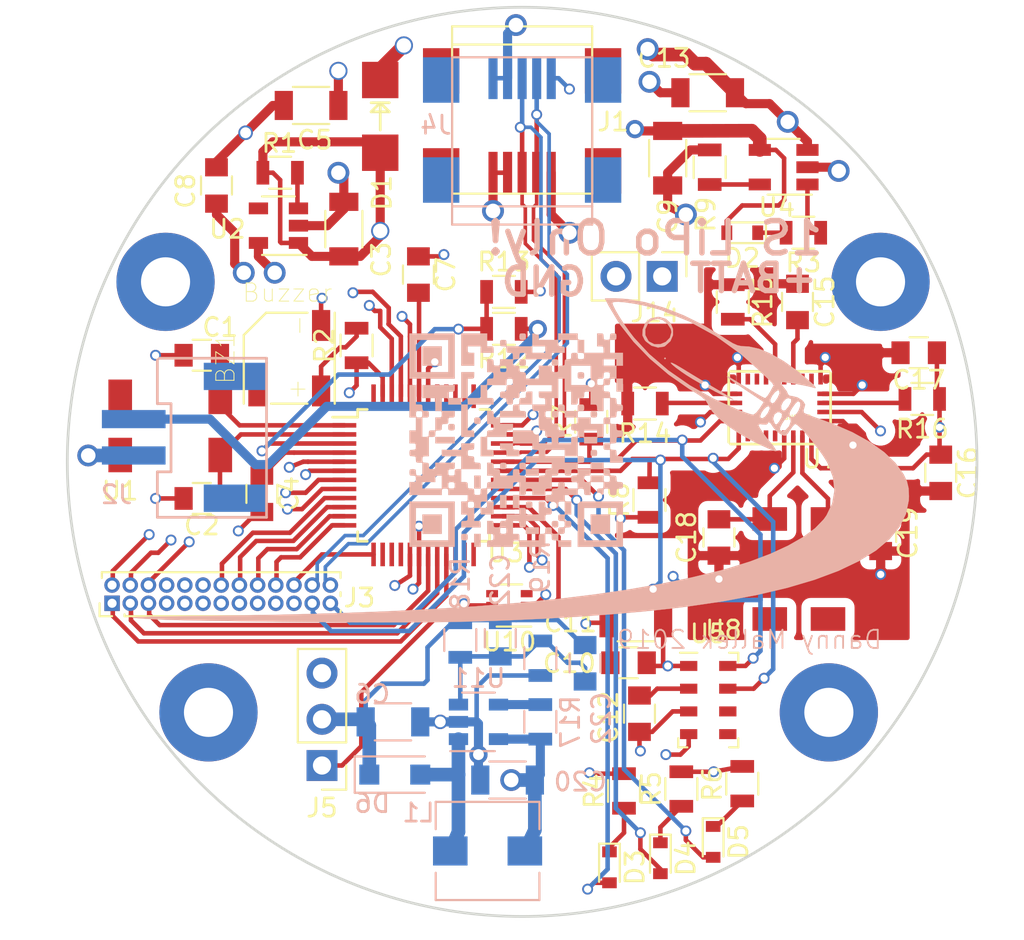
<source format=kicad_pcb>
(kicad_pcb (version 20171130) (host pcbnew "(5.1.0)-1")
  (layers (0 F.Cu signal) (1 Ground_Plane power) (2 Power_Plane mixed) (31 B.Cu signal) (34 B.Paste user) (35 F.Paste user hide) (36 B.SilkS user) (37 F.SilkS user) (38 B.Mask user hide) (39 F.Mask user hide) (44 Edge.Cuts user))
  (net 0 "")
  (net 1 "Net-(BZ1-Pad1)")
  (net 2 GND)
  (net 3 /OSC1)
  (net 4 /OSC2)
  (net 5 VBUS)
  (net 6 "Net-(C4-Pad1)")
  (net 7 +3V3)
  (net 8 "Net-(C7-Pad2)")
  (net 9 "Net-(C12-Pad1)")
  (net 10 +BATT)
  (net 11 "Net-(C15-Pad2)")
  (net 12 /BNO_OSC_OUT)
  (net 13 /BNO_OSC_IN)
  (net 14 "Net-(D2-Pad1)")
  (net 15 "Net-(D3-Pad1)")
  (net 16 /D12)
  (net 17 "Net-(D4-Pad1)")
  (net 18 /D6)
  (net 19 "Net-(D5-Pad1)")
  (net 20 /D7)
  (net 21 /USB_D-)
  (net 22 /USB_D+)
  (net 23 /A4)
  (net 24 /D8)
  (net 25 /D9)
  (net 26 /D3)
  (net 27 /D1)
  (net 28 /D0)
  (net 29 /MOSI)
  (net 30 /SCK)
  (net 31 /MISO)
  (net 32 /D11)
  (net 33 /D13)
  (net 34 /SDA)
  (net 35 /SCL)
  (net 36 /D4)
  (net 37 /A5)
  (net 38 /SWDIO)
  (net 39 /SWCLK)
  (net 40 "Net-(R1-Pad1)")
  (net 41 "Net-(R3-Pad1)")
  (net 42 "Net-(R9-Pad1)")
  (net 43 /A0)
  (net 44 "Net-(R14-Pad1)")
  (net 45 "Net-(R15-Pad2)")
  (net 46 "Net-(R16-Pad2)")
  (net 47 "Net-(U2-Pad4)")
  (net 48 /A1)
  (net 49 /A2)
  (net 50 /A3)
  (net 51 "Net-(U3-Pad22)")
  (net 52 /D2)
  (net 53 /D5)
  (net 54 /D10)
  (net 55 /TXD)
  (net 56 /RXD)
  (net 57 /TXLED)
  (net 58 /~RESET)
  (net 59 /USBHOSTEN)
  (net 60 /RXLED)
  (net 61 "Net-(U5-Pad6)")
  (net 62 "Net-(U5-Pad5)")
  (net 63 "Net-(U7-Pad1)")
  (net 64 "Net-(U7-Pad24)")
  (net 65 "Net-(U7-Pad23)")
  (net 66 "Net-(U7-Pad22)")
  (net 67 "Net-(U7-Pad21)")
  (net 68 "Net-(U7-Pad7)")
  (net 69 "Net-(U7-Pad8)")
  (net 70 "Net-(U7-Pad10)")
  (net 71 "Net-(U7-Pad12)")
  (net 72 "Net-(U7-Pad13)")
  (net 73 "Net-(U7-Pad14)")
  (net 74 /6V_SERVO_SUPPLY)
  (net 75 "Net-(D6-Pad2)")
  (net 76 "Net-(J5-Pad1)")
  (net 77 "Net-(R17-Pad2)")
  (net 78 "Net-(U10-Pad3)")
  (net 79 "Net-(U10-Pad4)")
  (net 80 "Net-(C22-Pad1)")
  (module Inductors_SMD:L_Wuerth_HCI-5040 (layer B.Cu) (at 43.34 124.622)
    (fp_text reference L1 (at -3.8 -2.1) (layer B.SilkS) (effects (justify mirror)))
    (fp_text value 10u)
    (pad 1 smd rect (at -2.05 0) (size 1.9 1.6) (layers B.Cu B.Paste B.Mask) (net 75 "Net-(D6-Pad2)"))
    (pad 2 smd rect (at 2.05 0) (size 1.9 1.6) (layers B.Cu B.Paste B.Mask) (net 7 +3V3))
  )
  (module Capacitors_SMD:C_0805 (layer B.Cu) (at 48.7 114.3 90)
    (fp_text reference C22 (at -3.038 0.89 90) (layer B.SilkS) (effects (justify mirror)))
    (fp_text value 220p)
    (pad 1 smd rect (at -1 0 90) (size 1 1.25) (layers B.Cu B.Paste B.Mask) (net 80 "Net-(C22-Pad1)"))
    (pad 2 smd rect (at 1 0 90) (size 1 1.25) (layers B.Cu B.Paste B.Mask) (net 74 /6V_SERVO_SUPPLY))
  )
  (module Resistors_SMD:R_0805 (layer F.Cu) (at 57.34 120.922 90)
    (fp_text reference R6 (at 0 -1.65 90) (layer F.SilkS))
    (fp_text value 470)
    (pad 1 smd rect (at -0.95 0 90) (size 0.7 1.3) (layers F.Cu F.Paste F.Mask) (net 19 "Net-(D5-Pad1)"))
    (pad 2 smd rect (at 0.95 0 90) (size 0.7 1.3) (layers F.Cu F.Paste F.Mask) (net 2 GND))
  )
  (module DannysLib:CUI_CMT-5023S-SMT (layer F.Cu) (at 32.44 97.522 90)
    (fp_text reference BZ1 (at 0 -3.5 90) (layer F.SilkS) (effects (font (size 1.00106 1.00106) (thickness 0.05))))
    (fp_text value Buzzer (at 3.6 -0.1 180) (layer F.SilkS) (effects (font (size 1.00013 1.00013) (thickness 0.05))))
    (fp_text user + (at -1.7 0.4 90) (layer F.SilkS) (effects (font (thickness 0.05))))
    (fp_text user - (at 1.8 0.5 90) (layer F.SilkS) (effects (font (thickness 0.05))))
    (pad 1 smd rect (at -1.8 1.75 90) (size 1.7 1) (layers F.Cu F.Paste F.Mask) (net 1 "Net-(BZ1-Pad1)"))
    (pad 2 smd rect (at 1.8 1.75 90) (size 1.7 1) (layers F.Cu F.Paste F.Mask) (net 2 GND))
    (pad "" smd rect (at -1.8 -1.75 90) (size 1.7 1) (layers F.Cu F.Paste F.Mask))
  )
  (module Capacitors_SMD:C_0805 (layer F.Cu) (at 27.632 97.36 180)
    (fp_text reference C1 (at -1.008 1.538 180) (layer F.SilkS))
    (fp_text value 22p)
    (pad 1 smd rect (at -1 0 180) (size 1 1.25) (layers F.Cu F.Paste F.Mask) (net 3 /OSC1))
    (pad 2 smd rect (at 1 0 180) (size 1 1.25) (layers F.Cu F.Paste F.Mask) (net 2 GND))
  )
  (module Capacitors_SMD:C_0805 (layer F.Cu) (at 27.632 105.234 180)
    (fp_text reference C2 (at 0 -1.5 180) (layer F.SilkS))
    (fp_text value 22p)
    (pad 1 smd rect (at -1 0 180) (size 1 1.25) (layers F.Cu F.Paste F.Mask) (net 4 /OSC2))
    (pad 2 smd rect (at 1 0 180) (size 1 1.25) (layers F.Cu F.Paste F.Mask) (net 2 GND))
  )
  (module Capacitors_SMD:C_1206 (layer F.Cu) (at 35.44 90.422 90)
    (fp_text reference C3 (at -1.678 2.06 90) (layer F.SilkS))
    (fp_text value 10u)
    (pad 1 smd rect (at -1.5 0 90) (size 1 1.6) (layers F.Cu F.Paste F.Mask) (net 5 VBUS))
    (pad 2 smd rect (at 1.5 0 90) (size 1 1.6) (layers F.Cu F.Paste F.Mask) (net 2 GND))
  )
  (module Capacitors_SMD:C_0805 (layer F.Cu) (at 30.934 104.98 270)
    (fp_text reference C4 (at 0 -1.5 270) (layer F.SilkS))
    (fp_text value 1u)
    (pad 1 smd rect (at -1 0 270) (size 1 1.25) (layers F.Cu F.Paste F.Mask) (net 6 "Net-(C4-Pad1)"))
    (pad 2 smd rect (at 1 0 270) (size 1 1.25) (layers F.Cu F.Paste F.Mask) (net 2 GND))
  )
  (module Capacitors_SMD:C_1206 (layer F.Cu) (at 33.64 83.622)
    (fp_text reference C5 (at 0.2 1.9) (layer F.SilkS))
    (fp_text value 10u)
    (pad 1 smd rect (at -1.5 0) (size 1 1.6) (layers F.Cu F.Paste F.Mask) (net 7 +3V3))
    (pad 2 smd rect (at 1.5 0) (size 1 1.6) (layers F.Cu F.Paste F.Mask) (net 2 GND))
  )
  (module Capacitors_SMD:C_0805 (layer F.Cu) (at 39.54 92.922 270)
    (fp_text reference C7 (at 0 -1.5 270) (layer F.SilkS))
    (fp_text value 1u)
    (pad 1 smd rect (at -1 0 270) (size 1 1.25) (layers F.Cu F.Paste F.Mask) (net 2 GND))
    (pad 2 smd rect (at 1 0 270) (size 1 1.25) (layers F.Cu F.Paste F.Mask) (net 8 "Net-(C7-Pad2)"))
  )
  (module Capacitors_SMD:C_0805 (layer F.Cu) (at 28.44 88.022 270)
    (fp_text reference C8 (at 0.3 1.7 270) (layer F.SilkS))
    (fp_text value 1u)
    (pad 1 smd rect (at -1 0 270) (size 1 1.25) (layers F.Cu F.Paste F.Mask) (net 7 +3V3))
    (pad 2 smd rect (at 1 0 270) (size 1 1.25) (layers F.Cu F.Paste F.Mask) (net 2 GND))
  )
  (module Capacitors_SMD:C_1206 (layer F.Cu) (at 53.24 86.522 270)
    (fp_text reference C9 (at 3.2 0 270) (layer F.SilkS))
    (fp_text value 4.7u)
    (pad 1 smd rect (at -1.5 0 270) (size 1 1.6) (layers F.Cu F.Paste F.Mask) (net 5 VBUS))
    (pad 2 smd rect (at 1.5 0 270) (size 1 1.6) (layers F.Cu F.Paste F.Mask) (net 2 GND))
  )
  (module Capacitors_SMD:C_0805 (layer F.Cu) (at 51.09 114.272 180)
    (fp_text reference C10 (at 3.254 -0.038 180) (layer F.SilkS))
    (fp_text value 100n)
    (pad 1 smd rect (at -1 0 180) (size 1 1.25) (layers F.Cu F.Paste F.Mask) (net 7 +3V3))
    (pad 2 smd rect (at 1 0 180) (size 1 1.25) (layers F.Cu F.Paste F.Mask) (net 2 GND))
  )
  (module Capacitors_SMD:C_1206 (layer F.Cu) (at 51.49 112.072 180)
    (fp_text reference C11 (at 3.6 0 180) (layer F.SilkS))
    (fp_text value 10u)
    (pad 1 smd rect (at -1.5 0 180) (size 1 1.6) (layers F.Cu F.Paste F.Mask) (net 7 +3V3))
    (pad 2 smd rect (at 1.5 0 180) (size 1 1.6) (layers F.Cu F.Paste F.Mask) (net 2 GND))
  )
  (module Capacitors_SMD:C_0805 (layer F.Cu) (at 51.69 117.072 270)
    (fp_text reference C12 (at 0.2 1.7 270) (layer F.SilkS))
    (fp_text value 100n)
    (pad 1 smd rect (at -1 0 270) (size 1 1.25) (layers F.Cu F.Paste F.Mask) (net 9 "Net-(C12-Pad1)"))
    (pad 2 smd rect (at 1 0 270) (size 1 1.25) (layers F.Cu F.Paste F.Mask) (net 2 GND))
  )
  (module Capacitors_SMD:C_1206 (layer F.Cu) (at 55.44 82.922 180)
    (fp_text reference C13 (at 2.4 1.9 180) (layer F.SilkS))
    (fp_text value 10u)
    (pad 1 smd rect (at -1.5 0 180) (size 1 1.6) (layers F.Cu F.Paste F.Mask) (net 10 +BATT))
    (pad 2 smd rect (at 1.5 0 180) (size 1 1.6) (layers F.Cu F.Paste F.Mask) (net 2 GND))
  )
  (module Capacitors_SMD:C_0805 (layer F.Cu) (at 60.376 94.428 270)
    (fp_text reference C15 (at 0 -1.5 270) (layer F.SilkS))
    (fp_text value 100n)
    (pad 1 smd rect (at -1 0 270) (size 1 1.25) (layers F.Cu F.Paste F.Mask) (net 2 GND))
    (pad 2 smd rect (at 1 0 270) (size 1 1.25) (layers F.Cu F.Paste F.Mask) (net 11 "Net-(C15-Pad2)"))
  )
  (module Capacitors_SMD:C_0805 (layer F.Cu) (at 68.25 103.826 270)
    (fp_text reference C16 (at 0 -1.5 270) (layer F.SilkS))
    (fp_text value 6.8n)
    (pad 1 smd rect (at -1 0 270) (size 1 1.25) (layers F.Cu F.Paste F.Mask) (net 7 +3V3))
    (pad 2 smd rect (at 1 0 270) (size 1 1.25) (layers F.Cu F.Paste F.Mask) (net 2 GND))
  )
  (module Capacitors_SMD:C_0805 (layer F.Cu) (at 67.04 97.222 180)
    (fp_text reference C17 (at 0 -1.5 180) (layer F.SilkS))
    (fp_text value 120n)
    (pad 1 smd rect (at -1 0 180) (size 1 1.25) (layers F.Cu F.Paste F.Mask) (net 7 +3V3))
    (pad 2 smd rect (at 1 0 180) (size 1 1.25) (layers F.Cu F.Paste F.Mask) (net 2 GND))
  )
  (module Capacitors_SMD:C_0805 (layer F.Cu) (at 56.058 107.382 270)
    (fp_text reference C18 (at 0 1.778 270) (layer F.SilkS))
    (fp_text value 22p)
    (pad 1 smd rect (at -1 0 270) (size 1 1.25) (layers F.Cu F.Paste F.Mask) (net 12 /BNO_OSC_OUT))
    (pad 2 smd rect (at 1 0 270) (size 1 1.25) (layers F.Cu F.Paste F.Mask) (net 2 GND))
  )
  (module Capacitors_SMD:C_0805 (layer F.Cu) (at 64.948 107.128 270)
    (fp_text reference C19 (at 0 -1.5 270) (layer F.SilkS))
    (fp_text value 22p)
    (pad 1 smd rect (at -1 0 270) (size 1 1.25) (layers F.Cu F.Paste F.Mask) (net 13 /BNO_OSC_IN))
    (pad 2 smd rect (at 1 0 270) (size 1 1.25) (layers F.Cu F.Paste F.Mask) (net 2 GND))
  )
  (module DannysLib:DO-214AC (layer F.Cu) (at 37.44 86.222 90)
    (fp_text reference D1 (at -2.2 0.1 90) (layer F.SilkS))
    (fp_text value MBRA140)
    (pad 1 smd rect (at 0 0 90) (size 2 2) (layers F.Cu F.Paste F.Mask) (net 5 VBUS))
    (pad 2 smd rect (at 4 0 90) (size 2 2) (layers F.Cu F.Paste F.Mask) (net 10 +BATT))
  )
  (module Diodes_SMD:D_0603 (layer F.Cu) (at 57.34 90.622 180)
    (fp_text reference D2 (at 0 -1.4 180) (layer F.SilkS))
    (fp_text value LED)
    (pad 1 smd rect (at -0.85 0 180) (size 0.6 0.8) (layers F.Cu F.Paste F.Mask) (net 14 "Net-(D2-Pad1)"))
    (pad 2 smd rect (at 0.85 0 180) (size 0.6 0.8) (layers F.Cu F.Paste F.Mask) (net 5 VBUS))
  )
  (module Diodes_SMD:D_0603 (layer F.Cu) (at 50.04 125.522 270)
    (fp_text reference D3 (at 0 -1.4 270) (layer F.SilkS))
    (fp_text value LED)
    (pad 1 smd rect (at -0.85 0 270) (size 0.6 0.8) (layers F.Cu F.Paste F.Mask) (net 15 "Net-(D3-Pad1)"))
    (pad 2 smd rect (at 0.85 0 270) (size 0.6 0.8) (layers F.Cu F.Paste F.Mask) (net 16 /D12))
  )
  (module Diodes_SMD:D_0603 (layer F.Cu) (at 52.84 125.022 270)
    (fp_text reference D4 (at 0 -1.4 270) (layer F.SilkS))
    (fp_text value LED)
    (pad 1 smd rect (at -0.85 0 270) (size 0.6 0.8) (layers F.Cu F.Paste F.Mask) (net 17 "Net-(D4-Pad1)"))
    (pad 2 smd rect (at 0.85 0 270) (size 0.6 0.8) (layers F.Cu F.Paste F.Mask) (net 18 /D6))
  )
  (module Diodes_SMD:D_0603 (layer F.Cu) (at 55.74 124.122 270)
    (fp_text reference D5 (at 0 -1.4 270) (layer F.SilkS))
    (fp_text value LED)
    (pad 1 smd rect (at -0.85 0 270) (size 0.6 0.8) (layers F.Cu F.Paste F.Mask) (net 19 "Net-(D5-Pad1)"))
    (pad 2 smd rect (at 0.85 0 270) (size 0.6 0.8) (layers F.Cu F.Paste F.Mask) (net 20 /D7))
  )
  (module Connectors:USB_Mini-B (layer F.Cu) (at 45.24 84.522 270)
    (fp_text reference J1 (at 0 -5) (layer F.SilkS))
    (fp_text value USB_A)
    (pad 1 smd rect (at 2.8 -1.6 270) (size 2.3 0.5) (layers F.Cu F.Paste F.Mask) (net 5 VBUS))
    (pad 2 smd rect (at 2.8 -0.8 270) (size 2.3 0.5) (layers F.Cu F.Paste F.Mask) (net 21 /USB_D-))
    (pad 3 smd rect (at 2.8 0 270) (size 2.3 0.5) (layers F.Cu F.Paste F.Mask) (net 22 /USB_D+))
    (pad 4 smd rect (at 2.8 0.8 270) (size 2.3 0.5) (layers F.Cu F.Paste F.Mask) (net 2 GND))
    (pad 5 smd rect (at 2.8 1.6 270) (size 2.3 0.5) (layers F.Cu F.Paste F.Mask) (net 2 GND))
    (pad 6 smd rect (at 2.7 -4.45 270) (size 2.5 2) (layers F.Cu F.Paste F.Mask))
    (pad 6 smd rect (at -2.8 -4.45 270) (size 2.5 2) (layers F.Cu F.Paste F.Mask))
    (pad 6 smd rect (at 2.7 4.45 270) (size 2.5 2) (layers F.Cu F.Paste F.Mask))
    (pad 6 smd rect (at -2.8 4.45 270) (size 2.5 2) (layers F.Cu F.Paste F.Mask))
    (pad "" np_thru_hole circle (at 0.2 -2.2 270) (size 0.9 0.9) (drill 0.9) (layers *.Cu *.Mask))
    (pad "" np_thru_hole circle (at 0.2 2.2 270) (size 0.9 0.9) (drill 0.9) (layers *.Cu *.Mask))
  )
  (module Mounting_Holes:MountingHole_2.7mm_M2.5_Pad (layer F.Cu) (at 64.94 93.322)
    (fp_text reference J10 hide)
    (fp_text value CHASSIS_GND)
    (pad 1 thru_hole circle (at 0 0) (size 5.4 5.4) (drill 2.7) (layers *.Cu *.Mask) (net 2 GND))
  )
  (module Mounting_Holes:MountingHole_2.7mm_M2.5_Pad (layer F.Cu) (at 62.1 117)
    (fp_text reference J11 hide)
    (fp_text value CHASSIS_GND)
    (pad 1 thru_hole circle (at 0 0) (size 5.4 5.4) (drill 2.7) (layers *.Cu *.Mask) (net 2 GND))
  )
  (module Mounting_Holes:MountingHole_2.7mm_M2.5_Pad (layer F.Cu) (at 25.64 93.322)
    (fp_text reference J12 hide)
    (fp_text value CHASSIS_GND hide)
    (pad 1 thru_hole circle (at 0 0) (size 5.4 5.4) (drill 2.7) (layers *.Cu *.Mask) (net 2 GND))
  )
  (module Mounting_Holes:MountingHole_2.7mm_M2.5_Pad (layer F.Cu) (at 28 117)
    (fp_text reference J13 hide)
    (fp_text value CHASSIS_GND)
    (pad 1 thru_hole circle (at 0 0) (size 5.4 5.4) (drill 2.7) (layers *.Cu *.Mask) (net 2 GND))
  )
  (module Pin_Headers:Pin_Header_Straight_1x02_Pitch2.54mm (layer F.Cu) (at 52.94 93.022 270)
    (fp_text reference J14 (at 2 0.4) (layer F.SilkS))
    (fp_text value "1S LiPo")
    (pad 1 thru_hole rect (at 0 0 270) (size 1.7 1.7) (drill 1) (layers *.Cu *.Mask) (net 10 +BATT))
    (pad 2 thru_hole oval (at 0 2.54 270) (size 1.7 1.7) (drill 1) (layers *.Cu *.Mask) (net 2 GND))
  )
  (module Resistors_SMD:R_0805 (layer F.Cu) (at 31.94 87.322 180)
    (fp_text reference R1 (at 0.04 1.622 180) (layer F.SilkS))
    (fp_text value 10k)
    (pad 1 smd rect (at -0.95 0 180) (size 0.7 1.3) (layers F.Cu F.Paste F.Mask) (net 40 "Net-(R1-Pad1)"))
    (pad 2 smd rect (at 0.95 0 180) (size 0.7 1.3) (layers F.Cu F.Paste F.Mask) (net 5 VBUS))
  )
  (module Resistors_SMD:R_0805 (layer F.Cu) (at 36.14 96.822 270)
    (fp_text reference R2 (at 0 1.778 270) (layer F.SilkS))
    (fp_text value 330)
    (pad 1 smd rect (at -0.95 0 270) (size 0.7 1.3) (layers F.Cu F.Paste F.Mask) (net 1 "Net-(BZ1-Pad1)"))
    (pad 2 smd rect (at 0.95 0 270) (size 0.7 1.3) (layers F.Cu F.Paste F.Mask) (net 37 /A5))
  )
  (module Resistors_SMD:R_0805 (layer F.Cu) (at 60.7 90.622 180)
    (fp_text reference R3 (at 0 -1.65 180) (layer F.SilkS))
    (fp_text value 330)
    (pad 1 smd rect (at -0.95 0 180) (size 0.7 1.3) (layers F.Cu F.Paste F.Mask) (net 41 "Net-(R3-Pad1)"))
    (pad 2 smd rect (at 0.95 0 180) (size 0.7 1.3) (layers F.Cu F.Paste F.Mask) (net 14 "Net-(D2-Pad1)"))
  )
  (module Resistors_SMD:R_0805 (layer F.Cu) (at 50.84 121.322 90)
    (fp_text reference R4 (at 0 -1.65 90) (layer F.SilkS))
    (fp_text value 470)
    (pad 1 smd rect (at -0.95 0 90) (size 0.7 1.3) (layers F.Cu F.Paste F.Mask) (net 15 "Net-(D3-Pad1)"))
    (pad 2 smd rect (at 0.95 0 90) (size 0.7 1.3) (layers F.Cu F.Paste F.Mask) (net 2 GND))
  )
  (module Resistors_SMD:R_0805 (layer F.Cu) (at 53.99 121.216 90)
    (fp_text reference R5 (at 0 -1.65 90) (layer F.SilkS))
    (fp_text value 470)
    (pad 1 smd rect (at -0.95 0 90) (size 0.7 1.3) (layers F.Cu F.Paste F.Mask) (net 17 "Net-(D4-Pad1)"))
    (pad 2 smd rect (at 0.95 0 90) (size 0.7 1.3) (layers F.Cu F.Paste F.Mask) (net 2 GND))
  )
  (module Resistors_SMD:R_0805 (layer F.Cu) (at 49.04 101.022 270)
    (fp_text reference R7 (at 0 1.6 270) (layer F.SilkS))
    (fp_text value 2k)
    (pad 1 smd rect (at -0.95 0 270) (size 0.7 1.3) (layers F.Cu F.Paste F.Mask) (net 7 +3V3))
    (pad 2 smd rect (at 0.95 0 270) (size 0.7 1.3) (layers F.Cu F.Paste F.Mask) (net 35 /SCL))
  )
  (module Resistors_SMD:R_0805 (layer F.Cu) (at 52.24 105.322 90)
    (fp_text reference R8 (at 0 -1.65 90) (layer F.SilkS))
    (fp_text value 2k)
    (pad 1 smd rect (at -0.95 0 90) (size 0.7 1.3) (layers F.Cu F.Paste F.Mask) (net 7 +3V3))
    (pad 2 smd rect (at 0.95 0 90) (size 0.7 1.3) (layers F.Cu F.Paste F.Mask) (net 34 /SDA))
  )
  (module Resistors_SMD:R_0805 (layer F.Cu) (at 55.55 87.018 90)
    (fp_text reference R9 (at -2.604 -0.21 90) (layer F.SilkS))
    (fp_text value 2k)
    (pad 1 smd rect (at -0.95 0 90) (size 0.7 1.3) (layers F.Cu F.Paste F.Mask) (net 42 "Net-(R9-Pad1)"))
    (pad 2 smd rect (at 0.95 0 90) (size 0.7 1.3) (layers F.Cu F.Paste F.Mask) (net 2 GND))
  )
  (module Resistors_SMD:R_0805 (layer F.Cu) (at 44.238 95.906 180)
    (fp_text reference R12 (at 0 -1.65 180) (layer F.SilkS))
    (fp_text value 10k)
    (pad 1 smd rect (at -0.95 0 180) (size 0.7 1.3) (layers F.Cu F.Paste F.Mask) (net 10 +BATT))
    (pad 2 smd rect (at 0.95 0 180) (size 0.7 1.3) (layers F.Cu F.Paste F.Mask) (net 43 /A0))
  )
  (module Resistors_SMD:R_0805 (layer F.Cu) (at 44.238 93.874)
    (fp_text reference R13 (at 0 -1.65) (layer F.SilkS))
    (fp_text value 10k)
    (pad 1 smd rect (at -0.95 0) (size 0.7 1.3) (layers F.Cu F.Paste F.Mask) (net 43 /A0))
    (pad 2 smd rect (at 0.95 0) (size 0.7 1.3) (layers F.Cu F.Paste F.Mask) (net 2 GND))
  )
  (module Resistors_SMD:R_0805 (layer F.Cu) (at 51.994 100.016 180)
    (fp_text reference R14 (at 0 -1.65 180) (layer F.SilkS))
    (fp_text value 10k)
    (pad 1 smd rect (at -0.95 0 180) (size 0.7 1.3) (layers F.Cu F.Paste F.Mask) (net 44 "Net-(R14-Pad1)"))
    (pad 2 smd rect (at 0.95 0 180) (size 0.7 1.3) (layers F.Cu F.Paste F.Mask) (net 2 GND))
  )
  (module Resistors_SMD:R_0805 (layer F.Cu) (at 56.82 94.428 270)
    (fp_text reference R15 (at 0 -1.65 270) (layer F.SilkS))
    (fp_text value 10k)
    (pad 1 smd rect (at -0.95 0 270) (size 0.7 1.3) (layers F.Cu F.Paste F.Mask) (net 2 GND))
    (pad 2 smd rect (at 0.95 0 270) (size 0.7 1.3) (layers F.Cu F.Paste F.Mask) (net 45 "Net-(R15-Pad2)"))
  )
  (module Resistors_SMD:R_0805 (layer F.Cu) (at 67.234 99.762 180)
    (fp_text reference R16 (at 0 -1.65 180) (layer F.SilkS))
    (fp_text value 10k)
    (pad 1 smd rect (at -0.95 0 180) (size 0.7 1.3) (layers F.Cu F.Paste F.Mask) (net 7 +3V3))
    (pad 2 smd rect (at 0.95 0 180) (size 0.7 1.3) (layers F.Cu F.Paste F.Mask) (net 46 "Net-(R16-Pad2)"))
  )
  (module DannysLib:XC1195CT-ND (layer F.Cu) (at 28.648 99.646 180)
    (fp_text reference U1 (at 5.508 -5.176 180) (layer F.SilkS))
    (fp_text value ECS-.327-12.5-17X-TR)
    (pad 1 smd rect (at 0 0 180) (size 1.3 1.9) (layers F.Cu F.Paste F.Mask) (net 3 /OSC1))
    (pad 2 smd rect (at 5.5 0 180) (size 1.3 1.9) (layers F.Cu F.Paste F.Mask))
    (pad 3 smd rect (at 5.5 -3.2 180) (size 1.3 1.9) (layers F.Cu F.Paste F.Mask))
    (pad 4 smd rect (at 0 -3.2 180) (size 1.3 1.9) (layers F.Cu F.Paste F.Mask) (net 4 /OSC2))
  )
  (module TO_SOT_Packages_SMD:SOT-23-5 (layer F.Cu) (at 31.845 90.233 180)
    (fp_text reference U2 (at 2.805 -0.189 180) (layer F.SilkS))
    (fp_text value SPX3819M5-L-3-3)
    (pad 1 smd rect (at -1.1 -0.95 180) (size 1.06 0.65) (layers F.Cu F.Paste F.Mask) (net 5 VBUS))
    (pad 2 smd rect (at -1.1 0 180) (size 1.06 0.65) (layers F.Cu F.Paste F.Mask) (net 2 GND))
    (pad 3 smd rect (at -1.1 0.95 180) (size 1.06 0.65) (layers F.Cu F.Paste F.Mask) (net 40 "Net-(R1-Pad1)"))
    (pad 4 smd rect (at 1.1 0.95 180) (size 1.06 0.65) (layers F.Cu F.Paste F.Mask) (net 47 "Net-(U2-Pad4)"))
    (pad 5 smd rect (at 1.1 -0.95 180) (size 1.06 0.65) (layers F.Cu F.Paste F.Mask) (net 7 +3V3))
  )
  (module Housings_QFP:TQFP-48_7x7mm_Pitch0.5mm (layer F.Cu) (at 39.824 103.964)
    (fp_text reference U3 (at 4.516 4.258) (layer F.SilkS))
    (fp_text value ATSAMD21G18)
    (pad 1 smd rect (at -4.35 -2.75) (size 1.3 0.25) (layers F.Cu F.Paste F.Mask) (net 3 /OSC1))
    (pad 2 smd rect (at -4.35 -2.25) (size 1.3 0.25) (layers F.Cu F.Paste F.Mask) (net 4 /OSC2))
    (pad 3 smd rect (at -4.35 -1.75) (size 1.3 0.25) (layers F.Cu F.Paste F.Mask) (net 43 /A0))
    (pad 4 smd rect (at -4.35 -1.25) (size 1.3 0.25) (layers F.Cu F.Paste F.Mask) (net 6 "Net-(C4-Pad1)"))
    (pad 5 smd rect (at -4.35 -0.75) (size 1.3 0.25) (layers F.Cu F.Paste F.Mask) (net 2 GND))
    (pad 6 smd rect (at -4.35 -0.25) (size 1.3 0.25) (layers F.Cu F.Paste F.Mask) (net 7 +3V3))
    (pad 7 smd rect (at -4.35 0.25) (size 1.3 0.25) (layers F.Cu F.Paste F.Mask) (net 48 /A1))
    (pad 8 smd rect (at -4.35 0.75) (size 1.3 0.25) (layers F.Cu F.Paste F.Mask) (net 49 /A2))
    (pad 9 smd rect (at -4.35 1.25) (size 1.3 0.25) (layers F.Cu F.Paste F.Mask) (net 50 /A3))
    (pad 10 smd rect (at -4.35 1.75) (size 1.3 0.25) (layers F.Cu F.Paste F.Mask) (net 23 /A4))
    (pad 11 smd rect (at -4.35 2.25) (size 1.3 0.25) (layers F.Cu F.Paste F.Mask) (net 24 /D8))
    (pad 12 smd rect (at -4.35 2.75) (size 1.3 0.25) (layers F.Cu F.Paste F.Mask) (net 25 /D9))
    (pad 13 smd rect (at -2.75 4.35 90) (size 1.3 0.25) (layers F.Cu F.Paste F.Mask) (net 36 /D4))
    (pad 14 smd rect (at -2.25 4.35 90) (size 1.3 0.25) (layers F.Cu F.Paste F.Mask) (net 26 /D3))
    (pad 15 smd rect (at -1.75 4.35 90) (size 1.3 0.25) (layers F.Cu F.Paste F.Mask) (net 27 /D1))
    (pad 16 smd rect (at -1.25 4.35 90) (size 1.3 0.25) (layers F.Cu F.Paste F.Mask) (net 28 /D0))
    (pad 17 smd rect (at -0.75 4.35 90) (size 1.3 0.25) (layers F.Cu F.Paste F.Mask) (net 7 +3V3))
    (pad 18 smd rect (at -0.25 4.35 90) (size 1.3 0.25) (layers F.Cu F.Paste F.Mask) (net 2 GND))
    (pad 19 smd rect (at 0.25 4.35 90) (size 1.3 0.25) (layers F.Cu F.Paste F.Mask) (net 29 /MOSI))
    (pad 20 smd rect (at 0.75 4.35 90) (size 1.3 0.25) (layers F.Cu F.Paste F.Mask) (net 30 /SCK))
    (pad 21 smd rect (at 1.25 4.35 90) (size 1.3 0.25) (layers F.Cu F.Paste F.Mask) (net 31 /MISO))
    (pad 22 smd rect (at 1.75 4.35 90) (size 1.3 0.25) (layers F.Cu F.Paste F.Mask) (net 51 "Net-(U3-Pad22)"))
    (pad 23 smd rect (at 2.25 4.35 90) (size 1.3 0.25) (layers F.Cu F.Paste F.Mask) (net 52 /D2))
    (pad 24 smd rect (at 2.75 4.35 90) (size 1.3 0.25) (layers F.Cu F.Paste F.Mask) (net 53 /D5))
    (pad 25 smd rect (at 4.35 2.75) (size 1.3 0.25) (layers F.Cu F.Paste F.Mask) (net 32 /D11))
    (pad 26 smd rect (at 4.35 2.25) (size 1.3 0.25) (layers F.Cu F.Paste F.Mask) (net 33 /D13))
    (pad 27 smd rect (at 4.35 1.75) (size 1.3 0.25) (layers F.Cu F.Paste F.Mask) (net 54 /D10))
    (pad 28 smd rect (at 4.35 1.25) (size 1.3 0.25) (layers F.Cu F.Paste F.Mask) (net 16 /D12))
    (pad 29 smd rect (at 4.35 0.75) (size 1.3 0.25) (layers F.Cu F.Paste F.Mask) (net 18 /D6))
    (pad 30 smd rect (at 4.35 0.25) (size 1.3 0.25) (layers F.Cu F.Paste F.Mask) (net 20 /D7))
    (pad 31 smd rect (at 4.35 -0.25) (size 1.3 0.25) (layers F.Cu F.Paste F.Mask) (net 34 /SDA))
    (pad 32 smd rect (at 4.35 -0.75) (size 1.3 0.25) (layers F.Cu F.Paste F.Mask) (net 35 /SCL))
    (pad 33 smd rect (at 4.35 -1.25) (size 1.3 0.25) (layers F.Cu F.Paste F.Mask) (net 21 /USB_D-))
    (pad 34 smd rect (at 4.35 -1.75) (size 1.3 0.25) (layers F.Cu F.Paste F.Mask) (net 22 /USB_D+))
    (pad 35 smd rect (at 4.35 -2.25) (size 1.3 0.25) (layers F.Cu F.Paste F.Mask) (net 2 GND))
    (pad 36 smd rect (at 4.35 -2.75) (size 1.3 0.25) (layers F.Cu F.Paste F.Mask) (net 7 +3V3))
    (pad 37 smd rect (at 2.75 -4.35 90) (size 1.3 0.25) (layers F.Cu F.Paste F.Mask) (net 55 /TXD))
    (pad 38 smd rect (at 2.25 -4.35 90) (size 1.3 0.25) (layers F.Cu F.Paste F.Mask) (net 56 /RXD))
    (pad 39 smd rect (at 1.75 -4.35 90) (size 1.3 0.25) (layers F.Cu F.Paste F.Mask) (net 57 /TXLED))
    (pad 40 smd rect (at 1.25 -4.35 90) (size 1.3 0.25) (layers F.Cu F.Paste F.Mask) (net 58 /~RESET))
    (pad 41 smd rect (at 0.75 -4.35 90) (size 1.3 0.25) (layers F.Cu F.Paste F.Mask) (net 59 /USBHOSTEN))
    (pad 42 smd rect (at 0.25 -4.35 90) (size 1.3 0.25) (layers F.Cu F.Paste F.Mask) (net 2 GND))
    (pad 43 smd rect (at -0.25 -4.35 90) (size 1.3 0.25) (layers F.Cu F.Paste F.Mask) (net 8 "Net-(C7-Pad2)"))
    (pad 44 smd rect (at -0.75 -4.35 90) (size 1.3 0.25) (layers F.Cu F.Paste F.Mask) (net 7 +3V3))
    (pad 45 smd rect (at -1.25 -4.35 90) (size 1.3 0.25) (layers F.Cu F.Paste F.Mask) (net 39 /SWCLK))
    (pad 46 smd rect (at -1.75 -4.35 90) (size 1.3 0.25) (layers F.Cu F.Paste F.Mask) (net 38 /SWDIO))
    (pad 47 smd rect (at -2.25 -4.35 90) (size 1.3 0.25) (layers F.Cu F.Paste F.Mask) (net 37 /A5))
    (pad 48 smd rect (at -2.75 -4.35 90) (size 1.3 0.25) (layers F.Cu F.Paste F.Mask) (net 60 /RXLED))
  )
  (module TO_SOT_Packages_SMD:TSOT-23-5 (layer F.Cu) (at 59.614 87.018 180)
    (fp_text reference U4 (at 0.374 -2.204 180) (layer F.SilkS))
    (fp_text value MCP73831)
    (pad 1 smd rect (at -1.31 -0.95 180) (size 1.22 0.65) (layers F.Cu F.Paste F.Mask) (net 41 "Net-(R3-Pad1)"))
    (pad 2 smd rect (at -1.31 0 180) (size 1.22 0.65) (layers F.Cu F.Paste F.Mask) (net 2 GND))
    (pad 3 smd rect (at -1.31 0.95 180) (size 1.22 0.65) (layers F.Cu F.Paste F.Mask) (net 10 +BATT))
    (pad 4 smd rect (at 1.31 0.95 180) (size 1.22 0.65) (layers F.Cu F.Paste F.Mask) (net 5 VBUS))
    (pad 5 smd rect (at 1.31 -0.95 180) (size 1.22 0.65) (layers F.Cu F.Paste F.Mask) (net 42 "Net-(R9-Pad1)"))
  )
  (module DannysLib:MPL3115A2 (layer F.Cu) (at 55.47 116.322)
    (fp_text reference U5 (at 0 -3.65) (layer F.SilkS))
    (fp_text value MPL3115A2)
    (pad 4 smd rect (at -1.075 1.875) (size 0.95 0.55) (layers F.Cu F.Paste F.Mask) (net 7 +3V3))
    (pad 1 smd rect (at -1.075 -1.875) (size 0.95 0.55) (layers F.Cu F.Paste F.Mask) (net 7 +3V3))
    (pad 2 smd rect (at -1.075 -0.625) (size 0.95 0.55) (layers F.Cu F.Paste F.Mask) (net 9 "Net-(C12-Pad1)"))
    (pad 3 smd rect (at -1.075 0.625) (size 0.95 0.55) (layers F.Cu F.Paste F.Mask) (net 2 GND))
    (pad 8 smd rect (at 1.075 -1.875) (size 0.95 0.55) (layers F.Cu F.Paste F.Mask) (net 35 /SCL))
    (pad 7 smd rect (at 1.075 -0.625) (size 0.95 0.55) (layers F.Cu F.Paste F.Mask) (net 34 /SDA))
    (pad 6 smd rect (at 1.075 0.625) (size 0.95 0.55) (layers F.Cu F.Paste F.Mask) (net 61 "Net-(U5-Pad6)"))
    (pad 5 smd rect (at 1.075 1.875) (size 0.95 0.55) (layers F.Cu F.Paste F.Mask) (net 62 "Net-(U5-Pad5)"))
  )
  (module DannysLib:BNO055-LGA (layer F.Cu) (at 61.646 101.794 180)
    (fp_text reference U7 (at 0 -1.27 180) (layer F.SilkS))
    (fp_text value BNO055)
    (fp_text user 1 (at -0.75 0 180) (layer F.SilkS) (effects (font (size 0.127 0.127) (thickness 0.03175))))
    (fp_text user BNO055 (at 1.27 1.016 180) (layer F.SilkS) (effects (font (size 0.25 0.25) (thickness 0.05))))
    (pad 1 smd rect (at 0 0 180) (size 0.25 0.6) (layers F.Cu F.Paste F.Mask) (net 63 "Net-(U7-Pad1)"))
    (pad 28 smd rect (at 0.5 0 180) (size 0.25 0.6) (layers F.Cu F.Paste F.Mask) (net 7 +3V3))
    (pad 27 smd rect (at 1 0 180) (size 0.25 0.6) (layers F.Cu F.Paste F.Mask) (net 13 /BNO_OSC_IN))
    (pad 26 smd rect (at 1.5 0 180) (size 0.25 0.6) (layers F.Cu F.Paste F.Mask) (net 12 /BNO_OSC_OUT))
    (pad 25 smd rect (at 2 0 180) (size 0.25 0.6) (layers F.Cu F.Paste F.Mask) (net 2 GND))
    (pad 24 smd rect (at 2.5 0 180) (size 0.25 0.6) (layers F.Cu F.Paste F.Mask) (net 64 "Net-(U7-Pad24)"))
    (pad 23 smd rect (at 3 0 180) (size 0.25 0.6) (layers F.Cu F.Paste F.Mask) (net 65 "Net-(U7-Pad23)"))
    (pad 22 smd rect (at 3.5 0 180) (size 0.25 0.6) (layers F.Cu F.Paste F.Mask) (net 66 "Net-(U7-Pad22)"))
    (pad 21 smd rect (at 4 0 180) (size 0.25 0.6) (layers F.Cu F.Paste F.Mask) (net 67 "Net-(U7-Pad21)"))
    (pad 20 smd rect (at 4.5 0 180) (size 0.25 0.6) (layers F.Cu F.Paste F.Mask) (net 34 /SDA))
    (pad 6 smd rect (at 0 3.125 180) (size 0.25 0.6) (layers F.Cu F.Paste F.Mask) (net 2 GND))
    (pad 7 smd rect (at 0.5 3.125 180) (size 0.25 0.6) (layers F.Cu F.Paste F.Mask) (net 68 "Net-(U7-Pad7)"))
    (pad 8 smd rect (at 1 3.125 180) (size 0.25 0.6) (layers F.Cu F.Paste F.Mask) (net 69 "Net-(U7-Pad8)"))
    (pad 9 smd rect (at 1.5 3.125 180) (size 0.25 0.6) (layers F.Cu F.Paste F.Mask) (net 11 "Net-(C15-Pad2)"))
    (pad 10 smd rect (at 2 3.125 180) (size 0.25 0.6) (layers F.Cu F.Paste F.Mask) (net 70 "Net-(U7-Pad10)"))
    (pad 11 smd rect (at 2.5 3.125 180) (size 0.25 0.6) (layers F.Cu F.Paste F.Mask) (net 45 "Net-(R15-Pad2)"))
    (pad 12 smd rect (at 3 3.125 180) (size 0.25 0.6) (layers F.Cu F.Paste F.Mask) (net 71 "Net-(U7-Pad12)"))
    (pad 13 smd rect (at 3.5 3.125 180) (size 0.25 0.6) (layers F.Cu F.Paste F.Mask) (net 72 "Net-(U7-Pad13)"))
    (pad 14 smd rect (at 4 3.125 180) (size 0.25 0.6) (layers F.Cu F.Paste F.Mask) (net 73 "Net-(U7-Pad14)"))
    (pad 15 smd rect (at 4.5 3.125 180) (size 0.25 0.6) (layers F.Cu F.Paste F.Mask) (net 2 GND))
    (pad 2 smd rect (at -0.12 0.8125 180) (size 0.6 0.25) (layers F.Cu F.Paste F.Mask) (net 2 GND))
    (pad 3 smd rect (at -0.12 1.3125 180) (size 0.6 0.25) (layers F.Cu F.Paste F.Mask) (net 7 +3V3))
    (pad 4 smd rect (at -0.12 1.8125 180) (size 0.6 0.25) (layers F.Cu F.Paste F.Mask) (net 46 "Net-(R16-Pad2)"))
    (pad 5 smd rect (at -0.12 2.3125 180) (size 0.6 0.25) (layers F.Cu F.Paste F.Mask) (net 2 GND))
    (pad 19 smd rect (at 4.61 0.8125 180) (size 0.6 0.25) (layers F.Cu F.Paste F.Mask) (net 35 /SCL))
    (pad 18 smd rect (at 4.61 1.3125 180) (size 0.6 0.25) (layers F.Cu F.Paste F.Mask) (net 2 GND))
    (pad 17 smd rect (at 4.61 1.8125 180) (size 0.6 0.25) (layers F.Cu F.Paste F.Mask) (net 44 "Net-(R14-Pad1)"))
    (pad 16 smd rect (at 4.61 2.3125 180) (size 0.6 0.25) (layers F.Cu F.Paste F.Mask) (net 2 GND))
  )
  (module DannysLib:XC1195CT-ND (layer F.Cu) (at 58.852 106.366 270)
    (fp_text reference U8 (at 6.096 2.54) (layer F.SilkS))
    (fp_text value ECS-.327-12.5-17X-TR)
    (pad 1 smd rect (at 0 0 270) (size 1.3 1.9) (layers F.Cu F.Paste F.Mask) (net 12 /BNO_OSC_OUT))
    (pad 2 smd rect (at 5.5 0 270) (size 1.3 1.9) (layers F.Cu F.Paste F.Mask))
    (pad 3 smd rect (at 5.5 -3.2 270) (size 1.3 1.9) (layers F.Cu F.Paste F.Mask))
    (pad 4 smd rect (at 0 -3.2 270) (size 1.3 1.9) (layers F.Cu F.Paste F.Mask) (net 13 /BNO_OSC_IN))
  )
  (module RocketShopLogos:QRcode (layer B.Cu) (at 44.94 102)
    (fp_text reference G*** hide)
    (fp_text value LOGO hide)
  )
  (module RocketShopLogos:CycloneRocketrySwoosh (layer B.Cu) (at 40.14 105 180)
    (fp_text reference G*** hide)
    (fp_text value LOGO hide)
  )
  (module Capacitors_SMD:C_1206 (layer B.Cu) (at 38.14 117.522)
    (fp_text reference C6 (at -1.14 -1.522) (layer B.SilkS) (effects (justify mirror)))
    (fp_text value 2.2u)
    (pad 1 smd rect (at -1.5 0) (size 1 1.6) (layers B.Cu B.Paste B.Mask) (net 74 /6V_SERVO_SUPPLY))
    (pad 2 smd rect (at 1.5 0) (size 1 1.6) (layers B.Cu B.Paste B.Mask) (net 2 GND))
  )
  (module Capacitors_SMD:C_1206 (layer B.Cu) (at 44.44 120.722 180)
    (fp_text reference C20 (at -4 -0.1 180) (layer B.SilkS) (effects (justify mirror)))
    (fp_text value 2.2u)
    (pad 1 smd rect (at -1.5 0 180) (size 1 1.6) (layers B.Cu B.Paste B.Mask) (net 7 +3V3))
    (pad 2 smd rect (at 1.5 0 180) (size 1 1.6) (layers B.Cu B.Paste B.Mask) (net 2 GND))
  )
  (module Diodes_SMD:D_SOD-123F (layer B.Cu) (at 38.24 120.422)
    (fp_text reference D6 (at -1.24 1.578) (layer B.SilkS) (effects (justify mirror)))
    (fp_text value D)
    (pad 1 smd rect (at -1.4 0) (size 1.1 1.1) (layers B.Cu B.Paste B.Mask) (net 74 /6V_SERVO_SUPPLY))
    (pad 2 smd rect (at 1.4 0) (size 1.1 1.1) (layers B.Cu B.Paste B.Mask) (net 75 "Net-(D6-Pad2)"))
  )
  (module DannysLib:JST-PH2 (layer B.Cu) (at 29.44 98.522 270)
    (fp_text reference J2 (at 6.5 6.5 180) (layer B.SilkS) (effects (justify mirror)))
    (fp_text value "1S LiPo")
    (pad "" smd rect (at 0 0 270) (size 1.5 3.4) (layers B.Cu B.Paste B.Mask))
    (pad 1 smd rect (at 2.35 5.55 270) (size 1 3.5) (layers B.Cu B.Paste B.Mask) (net 10 +BATT))
    (pad 2 smd rect (at 4.35 5.55 270) (size 1 3.5) (layers B.Cu B.Paste B.Mask) (net 2 GND))
    (pad "" smd rect (at 6.7 0 270) (size 1.5 3.4) (layers B.Cu B.Paste B.Mask))
  )
  (module Connectors:USB_Mini-B (layer B.Cu) (at 45.24 84.922 90)
    (fp_text reference J4 (at 0.222 -4.74 180) (layer B.SilkS) (effects (justify mirror)))
    (fp_text value USB_A)
    (pad 1 smd rect (at 2.8 1.6 90) (size 2.3 0.5) (layers B.Cu B.Paste B.Mask) (net 5 VBUS))
    (pad 2 smd rect (at 2.8 0.8 90) (size 2.3 0.5) (layers B.Cu B.Paste B.Mask) (net 21 /USB_D-))
    (pad 3 smd rect (at 2.8 0 90) (size 2.3 0.5) (layers B.Cu B.Paste B.Mask) (net 22 /USB_D+))
    (pad 4 smd rect (at 2.8 -0.8 90) (size 2.3 0.5) (layers B.Cu B.Paste B.Mask) (net 2 GND))
    (pad 5 smd rect (at 2.8 -1.6 90) (size 2.3 0.5) (layers B.Cu B.Paste B.Mask) (net 2 GND))
    (pad 6 smd rect (at 2.7 4.45 90) (size 2.5 2) (layers B.Cu B.Paste B.Mask))
    (pad 6 smd rect (at -2.8 4.45 90) (size 2.5 2) (layers B.Cu B.Paste B.Mask))
    (pad 6 smd rect (at 2.7 -4.45 90) (size 2.5 2) (layers B.Cu B.Paste B.Mask))
    (pad 6 smd rect (at -2.8 -4.45 90) (size 2.5 2) (layers B.Cu B.Paste B.Mask))
    (pad "" np_thru_hole circle (at 0.2 2.2 90) (size 0.9 0.9) (drill 0.9) (layers *.Cu *.Mask))
    (pad "" np_thru_hole circle (at 0.2 -2.2 90) (size 0.9 0.9) (drill 0.9) (layers *.Cu *.Mask))
  )
  (module Pin_Headers:Pin_Header_Straight_1x03_Pitch2.54mm (layer F.Cu) (at 34.24 119.922 180)
    (fp_text reference J5 (at 0 -2.33 180) (layer F.SilkS))
    (fp_text value SERVO)
    (pad 1 thru_hole rect (at 0 0 180) (size 1.7 1.7) (drill 1) (layers *.Cu *.Mask) (net 76 "Net-(J5-Pad1)"))
    (pad 2 thru_hole oval (at 0 2.54 180) (size 1.7 1.7) (drill 1) (layers *.Cu *.Mask) (net 74 /6V_SERVO_SUPPLY))
    (pad 3 thru_hole oval (at 0 5.08 180) (size 1.7 1.7) (drill 1) (layers *.Cu *.Mask) (net 2 GND))
  )
  (module Resistors_SMD:R_0805 (layer B.Cu) (at 46.24 117.522 90)
    (fp_text reference R17 (at 0 1.65 90) (layer B.SilkS) (effects (justify mirror)))
    (fp_text value 10k)
    (pad 1 smd rect (at -0.95 0 90) (size 0.7 1.3) (layers B.Cu B.Paste B.Mask) (net 7 +3V3))
    (pad 2 smd rect (at 0.95 0 90) (size 0.7 1.3) (layers B.Cu B.Paste B.Mask) (net 77 "Net-(R17-Pad2)"))
  )
  (module TO_SOT_Packages_SMD:SOT-23-5 (layer B.Cu) (at 42.84 117.522)
    (fp_text reference U11 (at 0 -2.4) (layer B.SilkS) (effects (justify mirror)))
    (fp_text value LMR62014)
    (pad 1 smd rect (at -1.1 0.95) (size 1.06 0.65) (layers B.Cu B.Paste B.Mask) (net 75 "Net-(D6-Pad2)"))
    (pad 2 smd rect (at -1.1 0) (size 1.06 0.65) (layers B.Cu B.Paste B.Mask) (net 2 GND))
    (pad 3 smd rect (at -1.1 -0.95) (size 1.06 0.65) (layers B.Cu B.Paste B.Mask) (net 80 "Net-(C22-Pad1)"))
    (pad 4 smd rect (at 1.1 -0.95) (size 1.06 0.65) (layers B.Cu B.Paste B.Mask) (net 77 "Net-(R17-Pad2)"))
    (pad 5 smd rect (at 1.1 0.95) (size 1.06 0.65) (layers B.Cu B.Paste B.Mask) (net 7 +3V3))
  )
  (module Resistors_SMD:R_0805 (layer B.Cu) (at 41.84 113.022 90)
    (fp_text reference R18 (at 3.1 0 90) (layer B.SilkS) (effects (justify mirror)))
    (fp_text value 51k)
    (pad 1 smd rect (at -0.95 0 90) (size 0.7 1.3) (layers B.Cu B.Paste B.Mask) (net 80 "Net-(C22-Pad1)"))
    (pad 2 smd rect (at 0.95 0 90) (size 0.7 1.3) (layers B.Cu B.Paste B.Mask) (net 74 /6V_SERVO_SUPPLY))
  )
  (module Resistors_SMD:R_0805 (layer B.Cu) (at 46.24 114.022 270)
    (fp_text reference R19 (at -5.022 0 270) (layer B.SilkS) (effects (justify mirror)))
    (fp_text value 13.3k)
    (pad 1 smd rect (at -0.95 0 270) (size 0.7 1.3) (layers B.Cu B.Paste B.Mask) (net 80 "Net-(C22-Pad1)"))
    (pad 2 smd rect (at 0.95 0 270) (size 0.7 1.3) (layers B.Cu B.Paste B.Mask) (net 2 GND))
  )
  (module TO_SOT_Packages_SMD:SOT-363_SC-70-6 (layer F.Cu) (at 44.54 111.122 180)
    (fp_text reference U10 (at 0 -2 180) (layer F.SilkS))
    (fp_text value NC7WZ07)
    (pad 1 smd rect (at -0.95 -0.65 180) (size 0.65 0.4) (layers F.Cu F.Paste F.Mask) (net 54 /D10))
    (pad 3 smd rect (at -0.95 0.65 180) (size 0.65 0.4) (layers F.Cu F.Paste F.Mask) (net 78 "Net-(U10-Pad3)"))
    (pad 5 smd rect (at 0.95 0 180) (size 0.65 0.4) (layers F.Cu F.Paste F.Mask) (net 7 +3V3))
    (pad 2 smd rect (at -0.95 0 180) (size 0.65 0.4) (layers F.Cu F.Paste F.Mask) (net 2 GND))
    (pad 4 smd rect (at 0.95 0.65 180) (size 0.65 0.4) (layers F.Cu F.Paste F.Mask) (net 79 "Net-(U10-Pad4)"))
    (pad 6 smd rect (at 0.95 -0.65 180) (size 0.65 0.4) (layers F.Cu F.Paste F.Mask) (net 76 "Net-(J5-Pad1)"))
  )
  (module Capacitors_SMD:C_0805 (layer B.Cu) (at 44.04 112.922 90)
    (fp_text reference C22 (at 3.2 0 90) (layer B.SilkS) (effects (justify mirror)))
    (fp_text value 220p)
    (pad 1 smd rect (at -1 0 90) (size 1 1.25) (layers B.Cu B.Paste B.Mask) (net 80 "Net-(C22-Pad1)"))
    (pad 2 smd rect (at 1 0 90) (size 1 1.25) (layers B.Cu B.Paste B.Mask) (net 74 /6V_SERVO_SUPPLY))
  )
  (module Pin_Headers:Pin_Header_Straight_2x13_Pitch1.00mm (layer F.Cu) (at 22.7 111 90)
    (fp_text reference J3 (at 0.3 13.6 180) (layer F.SilkS))
    (fp_text value EXPANSION_HEADER)
    (pad 26 thru_hole oval (at 1 12 90) (size 0.85 0.85) (drill 0.5) (layers *.Cu *.Mask) (net 21 /USB_D-))
    (pad 25 thru_hole oval (at 0 12 90) (size 0.85 0.85) (drill 0.5) (layers *.Cu *.Mask) (net 35 /SCL))
    (pad 24 thru_hole oval (at 1 11 90) (size 0.85 0.85) (drill 0.5) (layers *.Cu *.Mask) (net 22 /USB_D+))
    (pad 23 thru_hole oval (at 0 11 90) (size 0.85 0.85) (drill 0.5) (layers *.Cu *.Mask) (net 34 /SDA))
    (pad 22 thru_hole oval (at 1 10 90) (size 0.85 0.85) (drill 0.5) (layers *.Cu *.Mask) (net 36 /D4))
    (pad 21 thru_hole oval (at 0 10 90) (size 0.85 0.85) (drill 0.5) (layers *.Cu *.Mask) (net 32 /D11))
    (pad 20 thru_hole oval (at 1 9 90) (size 0.85 0.85) (drill 0.5) (layers *.Cu *.Mask) (net 25 /D9))
    (pad 19 thru_hole oval (at 0 9 90) (size 0.85 0.85) (drill 0.5) (layers *.Cu *.Mask) (net 33 /D13))
    (pad 18 thru_hole oval (at 1 8 90) (size 0.85 0.85) (drill 0.5) (layers *.Cu *.Mask) (net 24 /D8))
    (pad 17 thru_hole oval (at 0 8 90) (size 0.85 0.85) (drill 0.5) (layers *.Cu *.Mask) (net 2 GND))
    (pad 16 thru_hole oval (at 1 7 90) (size 0.85 0.85) (drill 0.5) (layers *.Cu *.Mask) (net 23 /A4))
    (pad 15 thru_hole oval (at 0 7 90) (size 0.85 0.85) (drill 0.5) (layers *.Cu *.Mask) (net 2 GND))
    (pad 14 thru_hole oval (at 1 6 90) (size 0.85 0.85) (drill 0.5) (layers *.Cu *.Mask) (net 50 /A3))
    (pad 13 thru_hole oval (at 0 6 90) (size 0.85 0.85) (drill 0.5) (layers *.Cu *.Mask) (net 2 GND))
    (pad 12 thru_hole oval (at 1 5 90) (size 0.85 0.85) (drill 0.5) (layers *.Cu *.Mask) (net 49 /A2))
    (pad 11 thru_hole oval (at 0 5 90) (size 0.85 0.85) (drill 0.5) (layers *.Cu *.Mask) (net 7 +3V3))
    (pad 10 thru_hole oval (at 1 4 90) (size 0.85 0.85) (drill 0.5) (layers *.Cu *.Mask) (net 48 /A1))
    (pad 9 thru_hole oval (at 0 4 90) (size 0.85 0.85) (drill 0.5) (layers *.Cu *.Mask) (net 7 +3V3))
    (pad 8 thru_hole oval (at 1 3 90) (size 0.85 0.85) (drill 0.5) (layers *.Cu *.Mask) (net 2 GND))
    (pad 7 thru_hole oval (at 0 3 90) (size 0.85 0.85) (drill 0.5) (layers *.Cu *.Mask) (net 2 GND))
    (pad 6 thru_hole oval (at 1 2 90) (size 0.85 0.85) (drill 0.5) (layers *.Cu *.Mask) (net 37 /A5))
    (pad 5 thru_hole oval (at 0 2 90) (size 0.85 0.85) (drill 0.5) (layers *.Cu *.Mask) (net 29 /MOSI))
    (pad 4 thru_hole oval (at 1 1 90) (size 0.85 0.85) (drill 0.5) (layers *.Cu *.Mask) (net 38 /SWDIO))
    (pad 3 thru_hole oval (at 0 1 90) (size 0.85 0.85) (drill 0.5) (layers *.Cu *.Mask) (net 30 /SCK))
    (pad 2 thru_hole oval (at 1 0 90) (size 0.85 0.85) (drill 0.5) (layers *.Cu *.Mask) (net 39 /SWCLK))
    (pad 1 thru_hole rect (at 0 0 90) (size 0.85 0.85) (drill 0.5) (layers *.Cu *.Mask) (net 31 /MISO))
  )
  (gr_text "Danny Mallek 2019\n" (at 57.74 113) (layer B.SilkS) (effects (font (size 1 1) (thickness 0.1)) (justify mirror)))
  (gr_circle (center 45.24 103.222) (end 70.24 103.522) (layer Edge.Cuts) (width 0.15))
  (gr_text GND (at 46.44 93.322) (layer B.SilkS) (effects (font (size 1.5 1.5) (thickness 0.3)) (justify mirror)))
  (gr_text +BATT (at 57.94 93.122) (layer B.SilkS) (effects (font (size 1.5 1.5) (thickness 0.3)) (justify mirror)))
  (gr_text "1S LiPo Only!" (at 52.54 90.922) (layer B.SilkS) (effects (font (size 1.778 1.778) (thickness 0.3)) (justify mirror)))
  (segment (start 36.14 95.872) (end 36.14 96.322) (width 0.25) (layer F.Cu) (net 1))
  (segment (start 34.19 97.972) (end 34.19 99.322) (width 0.25) (layer F.Cu) (net 1))
  (segment (start 35.24 96.922) (end 34.19 97.972) (width 0.25) (layer F.Cu) (net 1))
  (segment (start 35.54 96.922) (end 35.24 96.922) (width 0.25) (layer F.Cu) (net 1))
  (segment (start 36.14 96.322) (end 35.54 96.922) (width 0.25) (layer F.Cu) (net 1))
  (via (at 40.74 117.522) (size 0.8) (drill 0.6) (layers F.Cu B.Cu) (net 2))
  (segment (start 40.74 117.522) (end 40.64 117.522) (width 0.5) (layer B.Cu) (net 2))
  (via (at 42.84 119.322) (size 1) (drill 0.6) (layers F.Cu B.Cu) (net 2))
  (segment (start 45.49 111.122) (end 45.94 111.122) (width 0.25) (layer F.Cu) (net 2))
  (via (at 46.54 110.522) (size 0.6) (drill 0.4) (layers F.Cu B.Cu) (net 2))
  (segment (start 45.94 111.122) (end 46.54 110.522) (width 0.25) (layer F.Cu) (net 2))
  (segment (start 30.934 105.98) (end 30.682 105.98) (width 0.25) (layer F.Cu) (net 2))
  (segment (start 30.682 105.98) (end 29.64 107.022) (width 0.25) (layer F.Cu) (net 2))
  (via (at 29.64 107.022) (size 0.6) (drill 0.4) (layers F.Cu B.Cu) (net 2))
  (segment (start 46.24 114.972) (end 43.39 114.972) (width 0.25) (layer B.Cu) (net 2))
  (segment (start 42.74 115.622) (end 42.74 117.522) (width 0.25) (layer B.Cu) (net 2))
  (segment (start 43.39 114.972) (end 42.74 115.622) (width 0.25) (layer B.Cu) (net 2))
  (segment (start 41.74 117.522) (end 40.64 117.522) (width 0.5) (layer B.Cu) (net 2))
  (segment (start 40.64 117.522) (end 39.64 117.522) (width 0.5) (layer B.Cu) (net 2))
  (segment (start 41.74 117.522) (end 42.74 117.522) (width 0.5) (layer B.Cu) (net 2))
  (segment (start 42.84 117.622) (end 42.84 119.322) (width 0.5) (layer B.Cu) (net 2))
  (segment (start 42.84 119.322) (end 42.84 120.622) (width 0.5) (layer B.Cu) (net 2))
  (segment (start 42.74 117.522) (end 42.84 117.622) (width 0.5) (layer B.Cu) (net 2))
  (segment (start 42.84 120.622) (end 42.94 120.722) (width 0.5) (layer B.Cu) (net 2))
  (via (at 40.44 97.722) (size 0.6) (drill 0.4) (layers F.Cu B.Cu) (net 2))
  (segment (start 40.074 98.088) (end 40.44 97.722) (width 0.25) (layer F.Cu) (net 2))
  (segment (start 40.074 99.614) (end 40.074 98.088) (width 0.25) (layer F.Cu) (net 2))
  (segment (start 45.848 101.714) (end 46.04 101.522) (width 0.25) (layer F.Cu) (net 2))
  (via (at 46.04 101.522) (size 0.6) (drill 0.4) (layers F.Cu B.Cu) (net 2))
  (segment (start 45.848 101.714) (end 44.174 101.714) (width 0.25) (layer F.Cu) (net 2))
  (segment (start 39.54 91.922) (end 40.84 91.922) (width 0.25) (layer F.Cu) (net 2))
  (via (at 40.94 91.822) (size 0.6) (drill 0.4) (layers F.Cu B.Cu) (net 2))
  (segment (start 40.84 91.922) (end 40.94 91.822) (width 0.25) (layer F.Cu) (net 2))
  (segment (start 34.19 95.722) (end 34.19 94.272) (width 0.25) (layer F.Cu) (net 2))
  (via (at 34.24 94.222) (size 0.6) (drill 0.4) (layers F.Cu B.Cu) (net 2))
  (segment (start 34.19 94.272) (end 34.24 94.222) (width 0.25) (layer F.Cu) (net 2))
  (segment (start 50.84 120.372) (end 48.99 120.372) (width 0.25) (layer F.Cu) (net 2))
  (via (at 48.94 120.322) (size 0.6) (drill 0.4) (layers F.Cu B.Cu) (net 2))
  (segment (start 48.99 120.372) (end 48.94 120.322) (width 0.25) (layer F.Cu) (net 2))
  (segment (start 51.69 118.072) (end 51.69 119.072) (width 0.25) (layer F.Cu) (net 2))
  (via (at 51.74 119.122) (size 0.6) (drill 0.4) (layers F.Cu B.Cu) (net 2))
  (segment (start 51.69 119.072) (end 51.74 119.122) (width 0.25) (layer F.Cu) (net 2))
  (segment (start 49.99 112.072) (end 48.79 112.072) (width 0.25) (layer F.Cu) (net 2))
  (via (at 48.74 112.122) (size 0.6) (drill 0.4) (layers F.Cu B.Cu) (net 2))
  (segment (start 48.79 112.072) (end 48.74 112.122) (width 0.25) (layer F.Cu) (net 2))
  (segment (start 43.64 87.322) (end 43.64 89.422) (width 0.5) (layer F.Cu) (net 2))
  (via (at 43.64 89.422) (size 1.2) (drill 0.8) (layers F.Cu B.Cu) (net 2))
  (segment (start 43.64 87.322) (end 44.44 87.322) (width 0.25) (layer F.Cu) (net 2))
  (segment (start 45.188 93.874) (end 46.188 93.874) (width 0.25) (layer F.Cu) (net 2))
  (via (at 46.24 93.822) (size 0.6) (drill 0.4) (layers F.Cu B.Cu) (net 2))
  (segment (start 46.188 93.874) (end 46.24 93.822) (width 0.25) (layer F.Cu) (net 2))
  (segment (start 35.44 88.922) (end 35.44 87.622) (width 0.5) (layer F.Cu) (net 2))
  (via (at 35.14 87.322) (size 1.2) (drill 0.8) (layers F.Cu B.Cu) (net 2))
  (segment (start 35.44 87.622) (end 35.14 87.322) (width 0.5) (layer F.Cu) (net 2))
  (segment (start 28.44 89.022) (end 28.44 89.622) (width 0.5) (layer F.Cu) (net 2))
  (via (at 29.94 92.822) (size 1.2) (drill 0.8) (layers F.Cu B.Cu) (net 2))
  (segment (start 29.44 92.322) (end 29.94 92.822) (width 0.5) (layer F.Cu) (net 2))
  (segment (start 29.44 90.622) (end 29.44 92.322) (width 0.5) (layer F.Cu) (net 2))
  (segment (start 28.44 89.622) (end 29.44 90.622) (width 0.5) (layer F.Cu) (net 2))
  (segment (start 35.14 83.622) (end 35.14 81.722) (width 0.5) (layer F.Cu) (net 2))
  (via (at 35.14 81.722) (size 1) (drill 0.8) (layers F.Cu B.Cu) (net 2))
  (via (at 55.768 120.266) (size 0.6) (drill 0.4) (layers F.Cu B.Cu) (net 2))
  (segment (start 53.99 120.266) (end 55.768 120.266) (width 0.25) (layer F.Cu) (net 2))
  (segment (start 55.768 120.266) (end 57.34 119.972) (width 0.25) (layer F.Cu) (net 2))
  (segment (start 50.09 114.272) (end 50.09 112.172) (width 0.25) (layer F.Cu) (net 2))
  (segment (start 50.09 112.172) (end 49.99 112.072) (width 0.25) (layer F.Cu) (net 2))
  (segment (start 51.69 118.072) (end 52.39 118.072) (width 0.25) (layer F.Cu) (net 2))
  (segment (start 53.515 116.947) (end 54.395 116.947) (width 0.25) (layer F.Cu) (net 2))
  (segment (start 52.39 118.072) (end 53.515 116.947) (width 0.25) (layer F.Cu) (net 2))
  (segment (start 53.24 88.022) (end 53.24 87.322) (width 0.5) (layer F.Cu) (net 2))
  (segment (start 54.494 86.068) (end 55.55 86.068) (width 0.5) (layer F.Cu) (net 2))
  (segment (start 53.24 87.322) (end 54.494 86.068) (width 0.5) (layer F.Cu) (net 2))
  (segment (start 53.94 82.922) (end 52.84 82.922) (width 0.5) (layer F.Cu) (net 2))
  (via (at 52.24 82.322) (size 1.2) (drill 0.8) (layers F.Cu B.Cu) (net 2))
  (segment (start 52.84 82.922) (end 52.24 82.322) (width 0.5) (layer F.Cu) (net 2))
  (segment (start 60.924 87.018) (end 62.436 87.018) (width 0.5) (layer F.Cu) (net 2))
  (via (at 62.64 87.222) (size 1.2) (drill 0.8) (layers F.Cu B.Cu) (net 2))
  (segment (start 62.436 87.018) (end 62.64 87.222) (width 0.5) (layer F.Cu) (net 2))
  (via (at 54.24 89.622) (size 1.2) (drill 0.8) (layers F.Cu B.Cu) (net 2))
  (segment (start 53.24 89.122) (end 54.24 89.622) (width 0.5) (layer F.Cu) (net 2))
  (segment (start 53.24 88.022) (end 53.24 89.122) (width 0.5) (layer F.Cu) (net 2))
  (segment (start 32.945 90.233) (end 34.529 90.233) (width 0.5) (layer F.Cu) (net 2))
  (segment (start 34.529 90.233) (end 35.44 89.322) (width 0.5) (layer F.Cu) (net 2))
  (segment (start 35.44 89.322) (end 35.44 88.922) (width 0.5) (layer F.Cu) (net 2))
  (segment (start 39.574 108.314) (end 39.574 106.762) (width 0.25) (layer F.Cu) (net 2))
  (via (at 39.57 106.758) (size 0.6) (drill 0.4) (layers F.Cu B.Cu) (net 2))
  (segment (start 39.574 106.762) (end 39.57 106.758) (width 0.25) (layer F.Cu) (net 2))
  (segment (start 33.474 103.214) (end 33.208 103.214) (width 0.25) (layer F.Cu) (net 2))
  (via (at 32.44 103.522) (size 0.6) (drill 0.4) (layers F.Cu B.Cu) (net 2))
  (segment (start 33.208 103.214) (end 32.44 103.522) (width 0.25) (layer F.Cu) (net 2))
  (segment (start 35.474 103.214) (end 33.474 103.214) (width 0.25) (layer F.Cu) (net 2))
  (segment (start 33.474 103.214) (end 33.462 103.214) (width 0.25) (layer F.Cu) (net 2))
  (segment (start 64.948 108.128) (end 64.948 109.414) (width 0.25) (layer F.Cu) (net 2))
  (via (at 64.948 109.414) (size 0.6) (drill 0.4) (layers F.Cu B.Cu) (net 2))
  (segment (start 56.058 108.382) (end 56.058 109.668) (width 0.25) (layer F.Cu) (net 2))
  (via (at 56.058 109.668) (size 0.6) (drill 0.4) (layers F.Cu B.Cu) (net 2))
  (segment (start 30.934 105.98) (end 30.696 105.98) (width 0.25) (layer F.Cu) (net 2))
  (segment (start 26.632 97.36) (end 25.092 97.36) (width 0.25) (layer F.Cu) (net 2))
  (via (at 25.092 97.36) (size 0.6) (drill 0.4) (layers F.Cu B.Cu) (net 2))
  (segment (start 26.632 105.234) (end 25.092 105.234) (width 0.25) (layer F.Cu) (net 2))
  (via (at 25.092 105.234) (size 0.6) (drill 0.4) (layers F.Cu B.Cu) (net 2))
  (segment (start 59.646 101.794) (end 59.646 103.032) (width 0.25) (layer F.Cu) (net 2))
  (via (at 59.106 103.572) (size 0.6) (drill 0.4) (layers F.Cu B.Cu) (net 2))
  (segment (start 59.646 103.032) (end 59.106 103.572) (width 0.25) (layer F.Cu) (net 2))
  (segment (start 57.036 100.4815) (end 55.5925 100.4815) (width 0.25) (layer F.Cu) (net 2))
  (via (at 55.042 101.032) (size 0.6) (drill 0.4) (layers F.Cu B.Cu) (net 2))
  (segment (start 55.5925 100.4815) (end 55.042 101.032) (width 0.25) (layer F.Cu) (net 2))
  (segment (start 57.036 99.4815) (end 55.7775 99.4815) (width 0.25) (layer F.Cu) (net 2))
  (via (at 55.296 99) (size 0.6) (drill 0.4) (layers F.Cu B.Cu) (net 2))
  (segment (start 55.7775 99.4815) (end 55.296 99) (width 0.25) (layer F.Cu) (net 2))
  (segment (start 57.146 98.669) (end 57.146 97.548) (width 0.25) (layer F.Cu) (net 2))
  (via (at 57.074 97.476) (size 0.6) (drill 0.4) (layers F.Cu B.Cu) (net 2))
  (segment (start 57.146 97.548) (end 57.074 97.476) (width 0.25) (layer F.Cu) (net 2))
  (segment (start 61.766 99.4815) (end 63.4505 99.4815) (width 0.25) (layer F.Cu) (net 2))
  (via (at 63.932 99) (size 0.6) (drill 0.4) (layers F.Cu B.Cu) (net 2))
  (segment (start 63.4505 99.4815) (end 63.932 99) (width 0.25) (layer F.Cu) (net 2))
  (segment (start 61.646 98.669) (end 61.646 97.73) (width 0.25) (layer F.Cu) (net 2))
  (via (at 61.9 97.476) (size 0.6) (drill 0.4) (layers F.Cu B.Cu) (net 2))
  (segment (start 61.646 97.73) (end 61.9 97.476) (width 0.25) (layer F.Cu) (net 2))
  (segment (start 61.766 100.9815) (end 62.8655 100.9815) (width 0.25) (layer F.Cu) (net 2))
  (via (at 63.424 102.302) (size 0.6) (drill 0.4) (layers F.Cu B.Cu) (net 2))
  (segment (start 63.424 101.54) (end 63.424 102.302) (width 0.25) (layer F.Cu) (net 2))
  (segment (start 62.8655 100.9815) (end 63.424 101.54) (width 0.25) (layer F.Cu) (net 2))
  (segment (start 53.264 88.022) (end 53.24 88.022) (width 0.5) (layer F.Cu) (net 2))
  (via (at 21.39 102.872) (size 1.2) (drill 0.8) (layers F.Cu B.Cu) (net 2))
  (segment (start 23.89 102.872) (end 21.39 102.872) (width 0.75) (layer B.Cu) (net 2))
  (via (at 39.24 110.222) (size 0.6) (drill 0.4) (layers F.Cu B.Cu) (net 2))
  (segment (start 39.574 108.314) (end 39.574 109.888) (width 0.25) (layer F.Cu) (net 2))
  (segment (start 39.574 109.888) (end 39.24 110.222) (width 0.25) (layer F.Cu) (net 2))
  (segment (start 43.64 82.122) (end 44.44 82.122) (width 0.25) (layer B.Cu) (net 2))
  (via (at 44.9 79.2) (size 1.2) (drill 0.8) (layers F.Cu B.Cu) (net 2))
  (segment (start 44.44 79.66) (end 44.9 79.2) (width 0.5) (layer B.Cu) (net 2))
  (segment (start 44.44 82.122) (end 44.44 79.66) (width 0.5) (layer B.Cu) (net 2))
  (segment (start 35.474 101.214) (end 29.708 101.214) (width 0.25) (layer F.Cu) (net 3))
  (segment (start 29.708 101.214) (end 28.648 100.154) (width 0.25) (layer F.Cu) (net 3))
  (segment (start 28.648 100.154) (end 28.648 99.646) (width 0.25) (layer F.Cu) (net 3))
  (segment (start 28.632 97.36) (end 28.632 99.63) (width 0.25) (layer F.Cu) (net 3))
  (segment (start 28.632 99.63) (end 28.648 99.646) (width 0.25) (layer F.Cu) (net 3))
  (segment (start 35.474 101.714) (end 29.78 101.714) (width 0.25) (layer F.Cu) (net 4))
  (segment (start 29.78 101.714) (end 28.648 102.846) (width 0.25) (layer F.Cu) (net 4))
  (segment (start 28.632 105.234) (end 28.632 102.862) (width 0.25) (layer F.Cu) (net 4))
  (segment (start 28.632 102.862) (end 28.648 102.846) (width 0.25) (layer F.Cu) (net 4))
  (segment (start 47.24 82.122) (end 46.84 82.122) (width 0.25) (layer B.Cu) (net 5))
  (segment (start 47.84 82.722) (end 47.24 82.122) (width 0.25) (layer B.Cu) (net 5))
  (via (at 47.84 82.722) (size 0.6) (drill 0.4) (layers F.Cu B.Cu) (net 5))
  (segment (start 53.24 85.022) (end 51.54 85.022) (width 0.5) (layer F.Cu) (net 5))
  (via (at 51.44 84.922) (size 1) (drill 0.6) (layers F.Cu B.Cu) (net 5))
  (segment (start 51.54 85.022) (end 51.44 84.922) (width 0.5) (layer F.Cu) (net 5))
  (segment (start 56.49 90.622) (end 56.49 89.972) (width 0.25) (layer F.Cu) (net 5))
  (segment (start 59.186 86.068) (end 58.304 86.068) (width 0.25) (layer F.Cu) (net 5))
  (segment (start 59.64 86.522) (end 59.186 86.068) (width 0.25) (layer F.Cu) (net 5))
  (segment (start 59.64 88.822) (end 59.64 86.522) (width 0.25) (layer F.Cu) (net 5))
  (segment (start 59.34 89.122) (end 59.64 88.822) (width 0.25) (layer F.Cu) (net 5))
  (segment (start 57.34 89.122) (end 59.34 89.122) (width 0.25) (layer F.Cu) (net 5))
  (segment (start 56.49 89.972) (end 57.34 89.122) (width 0.25) (layer F.Cu) (net 5))
  (segment (start 46.84 87.322) (end 46.84 89.622) (width 0.5) (layer F.Cu) (net 5))
  (segment (start 46.84 89.622) (end 47.84 90.622) (width 0.5) (layer F.Cu) (net 5))
  (via (at 47.84 90.622) (size 1.2) (drill 0.8) (layers F.Cu B.Cu) (net 5))
  (via (at 37.44 90.522) (size 1) (drill 0.8) (layers F.Cu B.Cu) (net 5))
  (segment (start 30.99 87.322) (end 30.99 86.172) (width 0.5) (layer F.Cu) (net 5))
  (segment (start 31.54 85.622) (end 36.84 85.622) (width 0.5) (layer F.Cu) (net 5))
  (segment (start 30.99 86.172) (end 31.54 85.622) (width 0.5) (layer F.Cu) (net 5))
  (segment (start 36.84 85.622) (end 37.44 86.222) (width 0.5) (layer F.Cu) (net 5))
  (segment (start 35.44 91.922) (end 36.34 91.922) (width 0.5) (layer F.Cu) (net 5))
  (segment (start 37.44 90.822) (end 37.44 90.522) (width 0.5) (layer F.Cu) (net 5))
  (segment (start 37.44 90.522) (end 37.44 86.222) (width 0.5) (layer F.Cu) (net 5))
  (segment (start 36.34 91.922) (end 37.44 90.822) (width 0.5) (layer F.Cu) (net 5))
  (segment (start 35.44 91.922) (end 33.684 91.922) (width 0.5) (layer F.Cu) (net 5))
  (segment (start 33.684 91.922) (end 32.945 91.183) (width 0.5) (layer F.Cu) (net 5))
  (segment (start 32.945 91.183) (end 32.001 91.183) (width 0.25) (layer F.Cu) (net 5))
  (segment (start 31.54 87.322) (end 30.99 87.322) (width 0.25) (layer F.Cu) (net 5))
  (segment (start 31.94 87.722) (end 31.54 87.322) (width 0.25) (layer F.Cu) (net 5))
  (segment (start 31.94 91.122) (end 31.94 87.722) (width 0.25) (layer F.Cu) (net 5))
  (segment (start 32.001 91.183) (end 31.94 91.122) (width 0.25) (layer F.Cu) (net 5))
  (segment (start 53.24 85.022) (end 57.86 85.01) (width 0.75) (layer F.Cu) (net 5))
  (segment (start 58.304 85.454) (end 58.304 86.068) (width 0.75) (layer F.Cu) (net 5))
  (segment (start 57.86 85.01) (end 58.304 85.454) (width 0.75) (layer F.Cu) (net 5))
  (segment (start 32.712 102.714) (end 32.2 102.714) (width 0.25) (layer F.Cu) (net 6))
  (segment (start 32.2 102.714) (end 30.934 103.98) (width 0.25) (layer F.Cu) (net 6))
  (segment (start 32.692 102.714) (end 32.712 102.714) (width 0.25) (layer F.Cu) (net 6))
  (segment (start 32.712 102.714) (end 35.474 102.714) (width 0.25) (layer F.Cu) (net 6))
  (segment (start 45.94 120.722) (end 44.64 120.722) (width 0.75) (layer B.Cu) (net 7))
  (via (at 44.64 120.722) (size 1.2) (drill 0.8) (layers F.Cu B.Cu) (net 7))
  (segment (start 43.94 118.472) (end 46.24 118.472) (width 0.5) (layer B.Cu) (net 7))
  (segment (start 43.59 111.122) (end 42.14 111.122) (width 0.25) (layer F.Cu) (net 7))
  (via (at 42.04 111.022) (size 0.6) (drill 0.4) (layers F.Cu B.Cu) (net 7))
  (segment (start 42.14 111.122) (end 42.04 111.022) (width 0.25) (layer F.Cu) (net 7))
  (segment (start 45.94 120.722) (end 45.94 123.472) (width 0.75) (layer B.Cu) (net 7))
  (segment (start 45.94 123.472) (end 45.39 124.622) (width 0.75) (layer B.Cu) (net 7))
  (segment (start 46.24 118.472) (end 46.24 120.422) (width 0.5) (layer B.Cu) (net 7))
  (segment (start 46.24 120.422) (end 45.94 120.722) (width 0.5) (layer B.Cu) (net 7))
  (segment (start 45.248 101.214) (end 45.84 100.622) (width 0.25) (layer F.Cu) (net 7))
  (via (at 45.84 100.622) (size 0.6) (drill 0.4) (layers F.Cu B.Cu) (net 7))
  (segment (start 44.174 101.214) (end 45.248 101.214) (width 0.25) (layer F.Cu) (net 7))
  (via (at 49.04 98.922) (size 0.6) (drill 0.4) (layers F.Cu B.Cu) (net 7))
  (segment (start 49.04 98.922) (end 49.04 100.072) (width 0.25) (layer F.Cu) (net 7))
  (via (at 68.184 101.322) (size 0.6) (drill 0.4) (layers F.Cu B.Cu) (net 7))
  (segment (start 61.766 100.4815) (end 63.8995 100.4815) (width 0.25) (layer F.Cu) (net 7))
  (via (at 64.94 101.522) (size 0.6) (drill 0.4) (layers F.Cu B.Cu) (net 7))
  (segment (start 63.8995 100.4815) (end 64.94 101.522) (width 0.25) (layer F.Cu) (net 7))
  (segment (start 35.474 103.714) (end 33.548 103.714) (width 0.25) (layer F.Cu) (net 7))
  (via (at 33.34 103.922) (size 0.6) (drill 0.4) (layers F.Cu B.Cu) (net 7))
  (segment (start 33.548 103.714) (end 33.34 103.922) (width 0.25) (layer F.Cu) (net 7))
  (via (at 38.64 95.222) (size 0.6) (drill 0.4) (layers F.Cu B.Cu) (net 7))
  (segment (start 38.64 95.222) (end 39.074 95.656) (width 0.25) (layer F.Cu) (net 7))
  (segment (start 39.074 96.332) (end 39.074 99.614) (width 0.25) (layer F.Cu) (net 7))
  (segment (start 39.074 96.332) (end 39.074 95.656) (width 0.25) (layer F.Cu) (net 7))
  (segment (start 52.24 106.272) (end 50.69 106.272) (width 0.25) (layer F.Cu) (net 7))
  (via (at 50.64 106.322) (size 0.6) (drill 0.4) (layers F.Cu B.Cu) (net 7))
  (segment (start 50.69 106.272) (end 50.64 106.322) (width 0.25) (layer F.Cu) (net 7))
  (via (at 30.04 85.122) (size 0.8) (drill 0.6) (layers F.Cu B.Cu) (net 7))
  (segment (start 28.44 87.022) (end 28.44 86.722) (width 0.5) (layer F.Cu) (net 7))
  (segment (start 28.44 86.722) (end 30.04 85.122) (width 0.5) (layer F.Cu) (net 7))
  (segment (start 30.04 85.122) (end 31.54 83.622) (width 0.5) (layer F.Cu) (net 7))
  (segment (start 31.54 83.622) (end 32.14 83.622) (width 0.5) (layer F.Cu) (net 7))
  (segment (start 54.395 118.197) (end 54.395 118.867) (width 0.25) (layer F.Cu) (net 7))
  (via (at 53.14 119.322) (size 0.6) (drill 0.4) (layers F.Cu B.Cu) (net 7))
  (segment (start 53.94 119.322) (end 53.14 119.322) (width 0.25) (layer F.Cu) (net 7))
  (segment (start 54.395 118.867) (end 53.94 119.322) (width 0.25) (layer F.Cu) (net 7))
  (segment (start 52.99 112.072) (end 52.99 114.447) (width 0.25) (layer F.Cu) (net 7))
  (segment (start 53.09 114.447) (end 52.265 114.447) (width 0.25) (layer F.Cu) (net 7))
  (segment (start 52.265 114.447) (end 52.09 114.272) (width 0.25) (layer F.Cu) (net 7))
  (segment (start 68.04 97.222) (end 68.04 99.618) (width 0.25) (layer F.Cu) (net 7))
  (segment (start 68.04 99.618) (end 68.184 99.762) (width 0.25) (layer F.Cu) (net 7))
  (segment (start 68.184 99.762) (end 68.184 101.322) (width 0.25) (layer F.Cu) (net 7))
  (segment (start 68.184 101.322) (end 68.184 102.76) (width 0.25) (layer F.Cu) (net 7))
  (segment (start 68.184 102.76) (end 68.25 102.826) (width 0.25) (layer F.Cu) (net 7))
  (segment (start 61.146 101.794) (end 61.146 103.072) (width 0.25) (layer F.Cu) (net 7))
  (segment (start 67.472 102.826) (end 68.25 102.826) (width 0.25) (layer F.Cu) (net 7))
  (segment (start 66.726 103.572) (end 67.472 102.826) (width 0.25) (layer F.Cu) (net 7))
  (segment (start 61.646 103.572) (end 66.726 103.572) (width 0.25) (layer F.Cu) (net 7))
  (segment (start 61.146 103.072) (end 61.646 103.572) (width 0.25) (layer F.Cu) (net 7))
  (via (at 38.24 110.022) (size 0.6) (drill 0.4) (layers F.Cu B.Cu) (net 7))
  (segment (start 39.074 109.488) (end 39.074 108.314) (width 0.25) (layer F.Cu) (net 7))
  (segment (start 38.24 110.022) (end 39.074 109.488) (width 0.25) (layer F.Cu) (net 7))
  (via (at 31.64 92.822) (size 1.2) (drill 0.8) (layers F.Cu B.Cu) (net 7))
  (segment (start 30.745 91.927) (end 30.745 91.183) (width 0.5) (layer F.Cu) (net 7))
  (segment (start 31.64 92.822) (end 30.745 91.927) (width 0.5) (layer F.Cu) (net 7))
  (via (at 53.247 114.447) (size 0.6) (drill 0.4) (layers F.Cu B.Cu) (net 7))
  (segment (start 53.247 114.447) (end 53.09 114.447) (width 0.25) (layer F.Cu) (net 7))
  (segment (start 54.395 114.447) (end 53.247 114.447) (width 0.25) (layer F.Cu) (net 7))
  (segment (start 39.574 99.614) (end 39.574 93.956) (width 0.25) (layer F.Cu) (net 8))
  (segment (start 39.574 93.956) (end 39.54 93.922) (width 0.25) (layer F.Cu) (net 8))
  (segment (start 51.69 116.072) (end 52.29 116.072) (width 0.25) (layer F.Cu) (net 9))
  (segment (start 52.29 116.072) (end 52.665 115.697) (width 0.25) (layer F.Cu) (net 9))
  (segment (start 52.665 115.697) (end 54.395 115.697) (width 0.25) (layer F.Cu) (net 9))
  (segment (start 37.44 82.222) (end 37.44 81.622) (width 0.75) (layer F.Cu) (net 10))
  (segment (start 37.44 81.622) (end 38.74 80.322) (width 0.75) (layer F.Cu) (net 10))
  (via (at 38.74 80.322) (size 1) (drill 0.8) (layers F.Cu B.Cu) (net 10))
  (via (at 52.14 80.522) (size 1.2) (drill 0.8) (layers F.Cu B.Cu) (net 10))
  (segment (start 52.14 80.522) (end 52.44 80.822) (width 0.75) (layer F.Cu) (net 10))
  (segment (start 52.44 80.822) (end 54.24 80.822) (width 0.75) (layer F.Cu) (net 10))
  (segment (start 54.24 80.822) (end 54.74 81.322) (width 0.75) (layer F.Cu) (net 10))
  (segment (start 54.74 81.322) (end 55.34 81.322) (width 0.75) (layer F.Cu) (net 10))
  (segment (start 55.34 81.322) (end 56.94 82.922) (width 0.75) (layer F.Cu) (net 10))
  (segment (start 45.188 95.906) (end 46.324 95.906) (width 0.25) (layer F.Cu) (net 10))
  (via (at 46.1 95.922) (size 1) (drill 0.6) (layers F.Cu B.Cu) (net 10))
  (segment (start 46.324 95.906) (end 46.34 95.922) (width 0.25) (layer F.Cu) (net 10))
  (via (at 59.84 84.522) (size 1.2) (drill 0.8) (layers F.Cu B.Cu) (net 10))
  (segment (start 60.924 86.068) (end 60.924 85.606) (width 0.5) (layer F.Cu) (net 10))
  (segment (start 57.54 83.522) (end 56.94 82.922) (width 0.5) (layer F.Cu) (net 10))
  (segment (start 58.84 83.522) (end 57.54 83.522) (width 0.5) (layer F.Cu) (net 10))
  (segment (start 60.924 85.606) (end 59.84 84.522) (width 0.5) (layer F.Cu) (net 10))
  (segment (start 59.84 84.522) (end 58.84 83.522) (width 0.5) (layer F.Cu) (net 10))
  (segment (start 42.089999 100.172001) (end 46.040001 96.221999) (width 0.5) (layer B.Cu) (net 10))
  (segment (start 34.500001 100.172001) (end 42.089999 100.172001) (width 0.5) (layer B.Cu) (net 10))
  (segment (start 31.300001 103.372001) (end 34.500001 100.172001) (width 0.5) (layer B.Cu) (net 10))
  (segment (start 30.579999 103.372001) (end 31.300001 103.372001) (width 0.5) (layer B.Cu) (net 10))
  (segment (start 46.040001 96.221999) (end 46.34 95.922) (width 0.5) (layer B.Cu) (net 10))
  (segment (start 28.079998 100.872) (end 30.579999 103.372001) (width 0.5) (layer B.Cu) (net 10))
  (segment (start 23.89 100.872) (end 28.079998 100.872) (width 0.5) (layer B.Cu) (net 10))
  (segment (start 60.146 98.669) (end 60.146 96.69) (width 0.25) (layer F.Cu) (net 11))
  (segment (start 60.376 96.46) (end 60.376 95.428) (width 0.25) (layer F.Cu) (net 11))
  (segment (start 60.146 96.69) (end 60.376 96.46) (width 0.25) (layer F.Cu) (net 11))
  (segment (start 56.058 106.382) (end 58.836 106.382) (width 0.25) (layer F.Cu) (net 12))
  (segment (start 58.836 106.382) (end 58.852 106.366) (width 0.25) (layer F.Cu) (net 12))
  (segment (start 60.146 101.794) (end 60.146 103.802) (width 0.25) (layer F.Cu) (net 12))
  (segment (start 58.852 105.096) (end 58.852 106.366) (width 0.25) (layer F.Cu) (net 12))
  (segment (start 60.146 103.802) (end 58.852 105.096) (width 0.25) (layer F.Cu) (net 12))
  (segment (start 62.052 106.366) (end 64.71 106.366) (width 0.25) (layer F.Cu) (net 13))
  (segment (start 64.71 106.366) (end 64.948 106.128) (width 0.25) (layer F.Cu) (net 13))
  (segment (start 60.646 101.794) (end 60.646 103.842) (width 0.25) (layer F.Cu) (net 13))
  (segment (start 62.052 105.248) (end 62.052 106.366) (width 0.25) (layer F.Cu) (net 13))
  (segment (start 60.646 103.842) (end 62.052 105.248) (width 0.25) (layer F.Cu) (net 13))
  (segment (start 58.19 90.622) (end 59.75 90.622) (width 0.25) (layer F.Cu) (net 14))
  (segment (start 50.04 124.672) (end 50.04 124.422) (width 0.25) (layer F.Cu) (net 15))
  (segment (start 50.04 124.422) (end 50.84 123.622) (width 0.25) (layer F.Cu) (net 15))
  (segment (start 50.84 123.622) (end 50.84 122.272) (width 0.25) (layer F.Cu) (net 15))
  (segment (start 50.04 126.372) (end 49.19 126.372) (width 0.25) (layer F.Cu) (net 16))
  (segment (start 46.532 105.214) (end 44.174 105.214) (width 0.25) (layer F.Cu) (net 16))
  (segment (start 46.94 105.622) (end 46.532 105.214) (width 0.25) (layer F.Cu) (net 16))
  (via (at 46.94 105.622) (size 0.6) (drill 0.4) (layers F.Cu B.Cu) (net 16))
  (segment (start 47.04 105.622) (end 46.94 105.622) (width 0.25) (layer B.Cu) (net 16))
  (segment (start 49.94 108.522) (end 47.04 105.622) (width 0.25) (layer B.Cu) (net 16))
  (segment (start 49.94 125.622) (end 49.94 108.522) (width 0.25) (layer B.Cu) (net 16))
  (segment (start 48.84 126.722) (end 49.94 125.622) (width 0.25) (layer B.Cu) (net 16))
  (via (at 48.84 126.722) (size 0.6) (drill 0.4) (layers F.Cu B.Cu) (net 16))
  (segment (start 49.19 126.372) (end 48.84 126.722) (width 0.25) (layer F.Cu) (net 16))
  (segment (start 52.84 124.172) (end 52.84 123.316) (width 0.25) (layer F.Cu) (net 17))
  (segment (start 52.84 123.316) (end 53.99 122.166) (width 0.25) (layer F.Cu) (net 17))
  (segment (start 53.736 122.42) (end 53.99 122.166) (width 0.25) (layer F.Cu) (net 17))
  (segment (start 52.84 125.872) (end 52.84 125.622) (width 0.25) (layer F.Cu) (net 18))
  (segment (start 52.84 125.622) (end 51.74 124.522) (width 0.25) (layer F.Cu) (net 18))
  (segment (start 51.74 124.522) (end 51.74 123.622) (width 0.25) (layer F.Cu) (net 18))
  (via (at 51.74 123.622) (size 0.6) (drill 0.4) (layers F.Cu B.Cu) (net 18))
  (segment (start 51.74 123.622) (end 50.390002 122.272002) (width 0.25) (layer B.Cu) (net 18))
  (segment (start 50.390002 122.272002) (end 50.390002 108.272002) (width 0.25) (layer B.Cu) (net 18))
  (segment (start 50.390002 108.272002) (end 48.24 106.122) (width 0.25) (layer B.Cu) (net 18))
  (segment (start 48.24 106.122) (end 48.24 105.322) (width 0.25) (layer B.Cu) (net 18))
  (via (at 48.24 105.322) (size 0.6) (drill 0.4) (layers F.Cu B.Cu) (net 18))
  (segment (start 48.24 105.322) (end 47.632 104.714) (width 0.25) (layer F.Cu) (net 18))
  (segment (start 47.632 104.714) (end 44.174 104.714) (width 0.25) (layer F.Cu) (net 18))
  (segment (start 55.74 123.272) (end 55.94 123.272) (width 0.25) (layer F.Cu) (net 19))
  (segment (start 55.94 123.272) (end 57.34 121.872) (width 0.25) (layer F.Cu) (net 19))
  (segment (start 55.74 124.972) (end 55.19 124.972) (width 0.25) (layer F.Cu) (net 20))
  (segment (start 48.532 104.214) (end 44.174 104.214) (width 0.25) (layer F.Cu) (net 20))
  (segment (start 49.44 105.122) (end 48.532 104.214) (width 0.25) (layer F.Cu) (net 20))
  (via (at 49.44 105.122) (size 0.6) (drill 0.4) (layers F.Cu B.Cu) (net 20))
  (segment (start 49.44 106.685602) (end 49.44 105.122) (width 0.25) (layer B.Cu) (net 20))
  (segment (start 50.840004 108.085606) (end 49.44 106.685602) (width 0.25) (layer B.Cu) (net 20))
  (segment (start 50.840004 120.122004) (end 50.840004 108.085606) (width 0.25) (layer B.Cu) (net 20))
  (segment (start 54.24 123.522) (end 50.840004 120.122004) (width 0.25) (layer B.Cu) (net 20))
  (via (at 54.24 123.522) (size 0.6) (drill 0.4) (layers F.Cu B.Cu) (net 20))
  (segment (start 54.24 124.022) (end 54.24 123.522) (width 0.25) (layer F.Cu) (net 20))
  (segment (start 55.19 124.972) (end 54.24 124.022) (width 0.25) (layer F.Cu) (net 20))
  (segment (start 46.04 84.122) (end 46.04 87.322) (width 0.25) (layer F.Cu) (net 21))
  (via (at 46.04 84.122) (size 0.6) (drill 0.4) (layers F.Cu B.Cu) (net 21))
  (segment (start 45.865 89.222001) (end 45.865 91.0288) (width 0.2) (layer F.Cu) (net 21))
  (segment (start 46.04 89.047001) (end 45.865 89.222001) (width 0.2) (layer F.Cu) (net 21))
  (segment (start 46.04 87.322) (end 46.04 89.047001) (width 0.2) (layer F.Cu) (net 21))
  (segment (start 45.865 91.0288) (end 47.565 92.7288) (width 0.2) (layer F.Cu) (net 21))
  (segment (start 47.565 92.7288) (end 47.565 101.7152) (width 0.2) (layer F.Cu) (net 21))
  (segment (start 45.149001 102.714) (end 44.174 102.714) (width 0.2) (layer F.Cu) (net 21))
  (segment (start 45.174001 102.689) (end 45.149001 102.714) (width 0.2) (layer F.Cu) (net 21))
  (segment (start 47.565 101.7152) (end 46.5912 102.689) (width 0.2) (layer F.Cu) (net 21))
  (segment (start 46.5912 102.689) (end 45.174001 102.689) (width 0.2) (layer F.Cu) (net 21))
  (segment (start 46.04 84.503801) (end 46.725 85.188801) (width 0.2) (layer B.Cu) (net 21))
  (segment (start 46.04 84.122) (end 46.04 84.503801) (width 0.2) (layer B.Cu) (net 21))
  (segment (start 46.725 85.188801) (end 46.725 91.9068) (width 0.2) (layer B.Cu) (net 21))
  (segment (start 46.725 91.9068) (end 47.725 92.9068) (width 0.2) (layer B.Cu) (net 21))
  (segment (start 47.725 92.9068) (end 47.725 96.6932) (width 0.2) (layer B.Cu) (net 21))
  (segment (start 47.725 96.6932) (end 36.6932 107.725) (width 0.2) (layer B.Cu) (net 21))
  (segment (start 36.6932 107.725) (end 35.6932 107.725) (width 0.2) (layer B.Cu) (net 21))
  (segment (start 34.425 109.725) (end 34.7 110) (width 0.2) (layer B.Cu) (net 21))
  (segment (start 34.425 108.9932) (end 34.425 109.725) (width 0.2) (layer B.Cu) (net 21))
  (segment (start 35.6932 107.725) (end 34.425 108.9932) (width 0.2) (layer B.Cu) (net 21))
  (segment (start 46.04 82.122) (end 46.04 84.122) (width 0.25) (layer B.Cu) (net 21))
  (segment (start 45.24 87.322) (end 45.24 84.922) (width 0.25) (layer F.Cu) (net 22))
  (segment (start 45.14 84.822) (end 45.24 84.722) (width 0.25) (layer B.Cu) (net 22))
  (via (at 45.14 84.822) (size 0.6) (drill 0.4) (layers F.Cu B.Cu) (net 22))
  (segment (start 45.24 84.922) (end 45.14 84.822) (width 0.25) (layer F.Cu) (net 22))
  (segment (start 45.415 89.222001) (end 45.415 91.2152) (width 0.2) (layer F.Cu) (net 22))
  (segment (start 45.24 87.322) (end 45.24 89.047001) (width 0.2) (layer F.Cu) (net 22))
  (segment (start 45.24 89.047001) (end 45.415 89.222001) (width 0.2) (layer F.Cu) (net 22))
  (segment (start 45.415 91.2152) (end 47.115 92.9152) (width 0.2) (layer F.Cu) (net 22))
  (segment (start 47.115 92.9152) (end 47.115 101.5288) (width 0.2) (layer F.Cu) (net 22))
  (segment (start 46.4048 102.239) (end 45.174001 102.239) (width 0.2) (layer F.Cu) (net 22))
  (segment (start 47.115 101.5288) (end 46.4048 102.239) (width 0.2) (layer F.Cu) (net 22))
  (segment (start 45.174001 102.239) (end 45.149001 102.214) (width 0.2) (layer F.Cu) (net 22))
  (segment (start 45.149001 102.214) (end 44.174 102.214) (width 0.2) (layer F.Cu) (net 22))
  (segment (start 45.14 84.822) (end 45.721801 84.822) (width 0.2) (layer B.Cu) (net 22))
  (segment (start 45.721801 84.822) (end 46.275 85.375199) (width 0.2) (layer B.Cu) (net 22))
  (segment (start 46.275 85.375199) (end 46.275 92.0932) (width 0.2) (layer B.Cu) (net 22))
  (segment (start 46.275 92.0932) (end 47.275 93.0932) (width 0.2) (layer B.Cu) (net 22))
  (segment (start 47.275 93.0932) (end 47.275 96.5068) (width 0.2) (layer B.Cu) (net 22))
  (segment (start 47.275 96.5068) (end 36.5068 107.275) (width 0.2) (layer B.Cu) (net 22))
  (segment (start 36.5068 107.275) (end 35.5068 107.275) (width 0.2) (layer B.Cu) (net 22))
  (segment (start 33.975 109.725) (end 33.7 110) (width 0.2) (layer B.Cu) (net 22))
  (segment (start 35.5068 107.275) (end 33.975 108.8068) (width 0.2) (layer B.Cu) (net 22))
  (segment (start 33.975 108.8068) (end 33.975 109.725) (width 0.2) (layer B.Cu) (net 22))
  (segment (start 45.24 84.722) (end 45.24 82.122) (width 0.25) (layer B.Cu) (net 22))
  (segment (start 34.52082 105.714) (end 32.66281 107.57201) (width 0.25) (layer F.Cu) (net 23))
  (segment (start 35.474 105.714) (end 34.52082 105.714) (width 0.25) (layer F.Cu) (net 23))
  (segment (start 32.66281 107.57201) (end 30.6264 107.57201) (width 0.25) (layer F.Cu) (net 23))
  (segment (start 29.74 108.45841) (end 29.74 109.922) (width 0.25) (layer F.Cu) (net 23))
  (segment (start 30.6264 107.57201) (end 29.74 108.45841) (width 0.25) (layer F.Cu) (net 23))
  (segment (start 34.65723 106.214) (end 32.84921 108.02202) (width 0.25) (layer F.Cu) (net 24))
  (segment (start 35.474 106.214) (end 34.65723 106.214) (width 0.25) (layer F.Cu) (net 24))
  (segment (start 32.84921 108.02202) (end 31.23998 108.02202) (width 0.25) (layer F.Cu) (net 24))
  (segment (start 30.74 108.522) (end 30.74 109.922) (width 0.25) (layer F.Cu) (net 24))
  (segment (start 31.23998 108.02202) (end 30.74 108.522) (width 0.25) (layer F.Cu) (net 24))
  (segment (start 34.79364 106.714) (end 33.03561 108.47203) (width 0.25) (layer F.Cu) (net 25))
  (segment (start 35.474 106.714) (end 34.79364 106.714) (width 0.25) (layer F.Cu) (net 25))
  (segment (start 33.03561 108.47203) (end 31.98997 108.47203) (width 0.25) (layer F.Cu) (net 25))
  (segment (start 31.74 108.722) (end 31.74 109.922) (width 0.25) (layer F.Cu) (net 25))
  (segment (start 31.98997 108.47203) (end 31.74 108.722) (width 0.25) (layer F.Cu) (net 25))
  (segment (start 40.074 110.313002) (end 38.187002 112.2) (width 0.25) (layer F.Cu) (net 29))
  (segment (start 40.074 108.314) (end 40.074 110.313002) (width 0.25) (layer F.Cu) (net 29))
  (segment (start 24.74 111.62304) (end 24.74 111.022) (width 0.25) (layer F.Cu) (net 29))
  (segment (start 25.31696 112.2) (end 24.74 111.62304) (width 0.25) (layer F.Cu) (net 29))
  (segment (start 38.187002 112.2) (end 25.31696 112.2) (width 0.25) (layer F.Cu) (net 29))
  (segment (start 23.74 111.62304) (end 23.74 111.022) (width 0.25) (layer F.Cu) (net 30))
  (segment (start 23.74 111.94) (end 23.74 111.62304) (width 0.25) (layer F.Cu) (net 30))
  (segment (start 24.45001 112.65001) (end 23.74 111.94) (width 0.25) (layer F.Cu) (net 30))
  (segment (start 38.373402 112.65001) (end 24.45001 112.65001) (width 0.25) (layer F.Cu) (net 30))
  (segment (start 40.574 110.449412) (end 38.373402 112.65001) (width 0.25) (layer F.Cu) (net 30))
  (segment (start 40.574 108.314) (end 40.574 110.449412) (width 0.25) (layer F.Cu) (net 30))
  (segment (start 22.74 111.697) (end 22.74 111.022) (width 0.25) (layer F.Cu) (net 31))
  (segment (start 24.143019 113.100019) (end 22.74 111.697) (width 0.25) (layer F.Cu) (net 31))
  (segment (start 38.559803 113.100019) (end 24.143019 113.100019) (width 0.25) (layer F.Cu) (net 31))
  (segment (start 41.074 110.585822) (end 38.559803 113.100019) (width 0.25) (layer F.Cu) (net 31))
  (segment (start 41.074 108.314) (end 41.074 110.585822) (width 0.25) (layer F.Cu) (net 31))
  (segment (start 44.174 106.714) (end 45.332 106.714) (width 0.25) (layer F.Cu) (net 32))
  (via (at 45.64 109.022) (size 0.6) (drill 0.4) (layers F.Cu B.Cu) (net 32))
  (segment (start 45.64 107.022) (end 45.64 109.022) (width 0.25) (layer F.Cu) (net 32))
  (segment (start 45.332 106.714) (end 45.64 107.022) (width 0.25) (layer F.Cu) (net 32))
  (segment (start 44.174 106.214) (end 45.468398 106.214) (width 0.25) (layer F.Cu) (net 33))
  (via (at 46.34 108.622) (size 0.6) (drill 0.4) (layers F.Cu B.Cu) (net 33))
  (segment (start 46.090002 108.372002) (end 46.34 108.622) (width 0.25) (layer F.Cu) (net 33))
  (segment (start 46.090002 106.835604) (end 46.090002 108.372002) (width 0.25) (layer F.Cu) (net 33))
  (segment (start 45.468398 106.214) (end 46.090002 106.835604) (width 0.25) (layer F.Cu) (net 33))
  (via (at 52.84 103.122) (size 0.6) (drill 0.4) (layers F.Cu B.Cu) (net 34))
  (segment (start 52.84 109.822) (end 52.84 103.122) (width 0.25) (layer B.Cu) (net 34))
  (segment (start 52.44 110.222) (end 52.84 109.822) (width 0.25) (layer B.Cu) (net 34))
  (via (at 52.44 110.222) (size 0.6) (drill 0.4) (layers F.Cu B.Cu) (net 34))
  (segment (start 52.84 103.122) (end 52.84 103.064) (width 0.25) (layer F.Cu) (net 34))
  (segment (start 52.84 103.064) (end 52.84 103.122) (width 0.25) (layer F.Cu) (net 34))
  (segment (start 52.84 103.122) (end 52.84 103.064) (width 0.25) (layer F.Cu) (net 34))
  (segment (start 56.545 115.697) (end 57.965 115.697) (width 0.25) (layer F.Cu) (net 34))
  (segment (start 55.74 103.022) (end 55.74 103.064) (width 0.25) (layer F.Cu) (net 34))
  (via (at 55.74 103.022) (size 0.6) (drill 0.4) (layers F.Cu B.Cu) (net 34))
  (segment (start 55.74 103.222) (end 55.74 103.022) (width 0.25) (layer B.Cu) (net 34))
  (segment (start 59.04 106.522) (end 55.74 103.222) (width 0.25) (layer B.Cu) (net 34))
  (segment (start 59.04 114.622) (end 59.04 106.522) (width 0.25) (layer B.Cu) (net 34))
  (segment (start 58.54 115.122) (end 59.04 114.622) (width 0.25) (layer B.Cu) (net 34))
  (via (at 58.54 115.122) (size 0.6) (drill 0.4) (layers F.Cu B.Cu) (net 34))
  (segment (start 57.965 115.697) (end 58.54 115.122) (width 0.25) (layer F.Cu) (net 34))
  (segment (start 50.074 103.714) (end 50.648 103.714) (width 0.25) (layer F.Cu) (net 34))
  (segment (start 44.174 103.714) (end 50.074 103.714) (width 0.25) (layer F.Cu) (net 34))
  (segment (start 51.298 103.064) (end 52.248 103.064) (width 0.25) (layer F.Cu) (net 34))
  (segment (start 50.648 103.714) (end 51.298 103.064) (width 0.25) (layer F.Cu) (net 34))
  (segment (start 52.24 104.372) (end 52.248 103.064) (width 0.25) (layer F.Cu) (net 34))
  (segment (start 55.296 103.064) (end 52.84 103.064) (width 0.25) (layer F.Cu) (net 34))
  (segment (start 52.84 103.064) (end 52.248 103.064) (width 0.25) (layer F.Cu) (net 34))
  (segment (start 57.146 102.484) (end 56.566 103.064) (width 0.25) (layer F.Cu) (net 34))
  (segment (start 57.146 101.794) (end 57.146 102.484) (width 0.25) (layer F.Cu) (net 34))
  (segment (start 56.566 103.064) (end 55.74 103.064) (width 0.25) (layer F.Cu) (net 34))
  (segment (start 55.74 103.064) (end 55.296 103.064) (width 0.25) (layer F.Cu) (net 34))
  (segment (start 46.04 103.122) (end 52.84 103.122) (width 0.25) (layer B.Cu) (net 34))
  (segment (start 33.74 111.52304) (end 34.73896 112.522) (width 0.25) (layer B.Cu) (net 34))
  (segment (start 33.74 111.022) (end 33.74 111.52304) (width 0.25) (layer B.Cu) (net 34))
  (segment (start 34.73896 112.522) (end 39.04 112.522) (width 0.25) (layer B.Cu) (net 34))
  (segment (start 42.04 109.522) (end 42.04 107.122) (width 0.25) (layer B.Cu) (net 34))
  (segment (start 39.04 112.522) (end 42.04 109.522) (width 0.25) (layer B.Cu) (net 34))
  (segment (start 42.04 107.122) (end 46.04 103.122) (width 0.25) (layer B.Cu) (net 34))
  (segment (start 58.34 110.822) (end 58.34 110.622) (width 0.25) (layer B.Cu) (net 35))
  (segment (start 54.84 110.822) (end 58.34 110.822) (width 0.25) (layer B.Cu) (net 35))
  (segment (start 53.54 109.522) (end 54.84 110.822) (width 0.25) (layer B.Cu) (net 35))
  (via (at 53.54 109.522) (size 0.6) (drill 0.4) (layers F.Cu B.Cu) (net 35))
  (segment (start 56.545 114.447) (end 57.515 114.447) (width 0.25) (layer F.Cu) (net 35))
  (via (at 54.04 102.022) (size 0.6) (drill 0.4) (layers F.Cu B.Cu) (net 35))
  (segment (start 54.04 102.922) (end 54.04 102.022) (width 0.25) (layer B.Cu) (net 35))
  (segment (start 58.34 107.222) (end 54.04 102.922) (width 0.25) (layer B.Cu) (net 35))
  (segment (start 58.34 113.622) (end 58.34 110.622) (width 0.25) (layer B.Cu) (net 35))
  (segment (start 58.34 110.622) (end 58.34 107.222) (width 0.25) (layer B.Cu) (net 35))
  (segment (start 57.94 114.022) (end 58.34 113.622) (width 0.25) (layer B.Cu) (net 35))
  (via (at 57.94 114.022) (size 0.6) (drill 0.4) (layers F.Cu B.Cu) (net 35))
  (segment (start 57.515 114.447) (end 57.94 114.022) (width 0.25) (layer F.Cu) (net 35))
  (segment (start 54.04 102.022) (end 54.04 102.048) (width 0.25) (layer F.Cu) (net 35))
  (segment (start 54.04 102.048) (end 54.04 102.022) (width 0.25) (layer F.Cu) (net 35))
  (segment (start 54.04 102.022) (end 54.04 102.048) (width 0.25) (layer F.Cu) (net 35))
  (segment (start 50.59 102.972) (end 50.44 103.122) (width 0.25) (layer F.Cu) (net 35))
  (segment (start 50.44 103.122) (end 48.94 103.122) (width 0.25) (layer F.Cu) (net 35))
  (segment (start 48.94 103.122) (end 49.04 103.122) (width 0.25) (layer F.Cu) (net 35))
  (segment (start 49.04 103.122) (end 48.94 103.122) (width 0.25) (layer F.Cu) (net 35))
  (segment (start 56.1085 100.9815) (end 55.042 102.048) (width 0.25) (layer F.Cu) (net 35))
  (segment (start 55.042 102.048) (end 54.04 102.048) (width 0.25) (layer F.Cu) (net 35))
  (segment (start 54.04 102.048) (end 53.518 102.048) (width 0.25) (layer F.Cu) (net 35))
  (segment (start 57.036 100.9815) (end 56.1085 100.9815) (width 0.25) (layer F.Cu) (net 35))
  (segment (start 52.502 102.048) (end 53.518 102.048) (width 0.25) (layer F.Cu) (net 35))
  (segment (start 51.514 102.048) (end 52.502 102.048) (width 0.25) (layer F.Cu) (net 35))
  (segment (start 50.566 102.996) (end 50.59 102.972) (width 0.25) (layer F.Cu) (net 35))
  (segment (start 50.59 102.972) (end 51.514 102.048) (width 0.25) (layer F.Cu) (net 35))
  (segment (start 48.94 103.214) (end 48.94 103.122) (width 0.25) (layer F.Cu) (net 35))
  (segment (start 48.94 103.214) (end 44.174 103.214) (width 0.25) (layer F.Cu) (net 35))
  (segment (start 48.94 103.122) (end 48.94 102.072) (width 0.25) (layer F.Cu) (net 35))
  (segment (start 48.94 102.072) (end 49.04 101.972) (width 0.25) (layer F.Cu) (net 35))
  (segment (start 46.465002 102.022) (end 53.615736 102.022) (width 0.25) (layer B.Cu) (net 35))
  (segment (start 34.74 111.022) (end 35.78999 112.07199) (width 0.25) (layer B.Cu) (net 35))
  (segment (start 53.615736 102.022) (end 54.04 102.022) (width 0.25) (layer B.Cu) (net 35))
  (segment (start 46.50359 102.022) (end 53.615736 102.022) (width 0.25) (layer B.Cu) (net 35))
  (segment (start 41.589991 106.935599) (end 46.50359 102.022) (width 0.25) (layer B.Cu) (net 35))
  (segment (start 41.58999 109.27201) (end 41.589991 106.935599) (width 0.25) (layer B.Cu) (net 35))
  (segment (start 38.79001 112.07199) (end 41.58999 109.27201) (width 0.25) (layer B.Cu) (net 35))
  (segment (start 35.78999 112.07199) (end 38.79001 112.07199) (width 0.25) (layer B.Cu) (net 35))
  (segment (start 36.699 108.314) (end 37.074 108.314) (width 0.25) (layer F.Cu) (net 36))
  (segment (start 34.237998 108.314) (end 36.699 108.314) (width 0.25) (layer F.Cu) (net 36))
  (segment (start 32.74 109.811998) (end 34.237998 108.314) (width 0.25) (layer F.Cu) (net 36))
  (segment (start 32.74 109.922) (end 32.74 109.811998) (width 0.25) (layer F.Cu) (net 36))
  (segment (start 36.14 97.772) (end 36.14 99.022) (width 0.25) (layer F.Cu) (net 37))
  (via (at 26.94 107.622) (size 0.6) (drill 0.4) (layers F.Cu B.Cu) (net 37))
  (via (at 35.74 99.422) (size 0.6) (drill 0.4) (layers F.Cu B.Cu) (net 37))
  (segment (start 36.14 99.022) (end 35.74 99.422) (width 0.25) (layer F.Cu) (net 37))
  (segment (start 37.574 99.614) (end 37.574 98.556) (width 0.25) (layer F.Cu) (net 37))
  (segment (start 37.574 98.556) (end 36.79 97.772) (width 0.25) (layer F.Cu) (net 37))
  (segment (start 36.79 97.772) (end 36.14 97.772) (width 0.25) (layer F.Cu) (net 37))
  (segment (start 24.74 109.822) (end 24.74 109.922) (width 0.25) (layer F.Cu) (net 37))
  (segment (start 26.94 107.622) (end 24.74 109.822) (width 0.25) (layer F.Cu) (net 37))
  (segment (start 37.44 94.922) (end 37.14 94.922) (width 0.25) (layer F.Cu) (net 38))
  (segment (start 38.074 96.456) (end 37.44 95.822) (width 0.25) (layer F.Cu) (net 38))
  (segment (start 38.074 99.614) (end 38.074 96.456) (width 0.25) (layer F.Cu) (net 38))
  (segment (start 37.44 95.822) (end 37.44 94.922) (width 0.25) (layer F.Cu) (net 38))
  (segment (start 25.94 107.522) (end 25.24 108.222) (width 0.25) (layer F.Cu) (net 38))
  (via (at 25.94 107.522) (size 0.6) (drill 0.4) (layers F.Cu B.Cu) (net 38))
  (via (at 36.84 94.622) (size 0.6) (drill 0.4) (layers F.Cu B.Cu) (net 38))
  (segment (start 37.14 94.922) (end 36.84 94.622) (width 0.25) (layer F.Cu) (net 38))
  (segment (start 23.74 109.32096) (end 23.74 109.922) (width 0.25) (layer F.Cu) (net 38))
  (segment (start 24.83896 108.222) (end 23.74 109.32096) (width 0.25) (layer F.Cu) (net 38))
  (segment (start 25.24 108.222) (end 24.83896 108.222) (width 0.25) (layer F.Cu) (net 38))
  (segment (start 37.908199 94.753801) (end 37.026396 93.871998) (width 0.25) (layer F.Cu) (net 39))
  (segment (start 37.908199 94.753801) (end 37.908199 95.653801) (width 0.25) (layer F.Cu) (net 39))
  (segment (start 35.990002 93.871998) (end 37.026396 93.871998) (width 0.25) (layer F.Cu) (net 39))
  (segment (start 35.94 93.922) (end 35.990002 93.871998) (width 0.25) (layer F.Cu) (net 39))
  (via (at 35.94 93.922) (size 0.6) (drill 0.4) (layers F.Cu B.Cu) (net 39))
  (via (at 24.74 107.222) (size 0.6) (drill 0.4) (layers F.Cu B.Cu) (net 39))
  (segment (start 38.574 99.614) (end 38.574 96.319602) (width 0.25) (layer F.Cu) (net 39))
  (segment (start 38.574 96.319602) (end 37.908199 95.653801) (width 0.25) (layer F.Cu) (net 39))
  (segment (start 37.908199 95.653801) (end 37.890002 95.635604) (width 0.25) (layer F.Cu) (net 39))
  (segment (start 22.74 109.222) (end 22.74 109.922) (width 0.25) (layer F.Cu) (net 39))
  (segment (start 24.74 107.222) (end 22.74 109.222) (width 0.25) (layer F.Cu) (net 39))
  (segment (start 32.89 87.322) (end 32.89 89.228) (width 0.25) (layer F.Cu) (net 40))
  (segment (start 32.89 89.228) (end 32.945 89.283) (width 0.25) (layer F.Cu) (net 40))
  (segment (start 61.05 90.622) (end 61.65 90.622) (width 0.25) (layer F.Cu) (net 41))
  (segment (start 60.924 90.496) (end 61.05 90.622) (width 0.25) (layer F.Cu) (net 41))
  (segment (start 60.924 87.968) (end 60.924 90.496) (width 0.25) (layer F.Cu) (net 41))
  (segment (start 58.304 87.968) (end 55.55 87.968) (width 0.25) (layer F.Cu) (net 42))
  (segment (start 43.288 95.906) (end 43.288 93.874) (width 0.25) (layer F.Cu) (net 43))
  (segment (start 35.474 102.214) (end 31.348 102.214) (width 0.25) (layer F.Cu) (net 43))
  (segment (start 41.756 95.906) (end 43.288 95.906) (width 0.25) (layer F.Cu) (net 43))
  (segment (start 41.74 95.922) (end 41.756 95.906) (width 0.25) (layer F.Cu) (net 43))
  (via (at 41.74 95.922) (size 0.6) (drill 0.4) (layers F.Cu B.Cu) (net 43))
  (segment (start 40.44 95.922) (end 41.74 95.922) (width 0.25) (layer B.Cu) (net 43))
  (segment (start 37.94 98.422) (end 40.44 95.922) (width 0.25) (layer B.Cu) (net 43))
  (segment (start 35.14 98.422) (end 37.94 98.422) (width 0.25) (layer B.Cu) (net 43))
  (segment (start 30.94 102.622) (end 35.14 98.422) (width 0.25) (layer B.Cu) (net 43))
  (via (at 30.94 102.622) (size 0.6) (drill 0.4) (layers F.Cu B.Cu) (net 43))
  (segment (start 31.348 102.214) (end 30.94 102.622) (width 0.25) (layer F.Cu) (net 43))
  (segment (start 57.036 99.9815) (end 52.9785 99.9815) (width 0.25) (layer F.Cu) (net 44))
  (segment (start 52.9785 99.9815) (end 52.944 100.016) (width 0.25) (layer F.Cu) (net 44))
  (segment (start 59.146 98.669) (end 59.146 96.754) (width 0.25) (layer F.Cu) (net 45))
  (segment (start 57.77 95.378) (end 56.82 95.378) (width 0.25) (layer F.Cu) (net 45))
  (segment (start 59.146 96.754) (end 57.77 95.378) (width 0.25) (layer F.Cu) (net 45))
  (segment (start 61.766 99.9815) (end 66.0645 99.9815) (width 0.25) (layer F.Cu) (net 46))
  (segment (start 66.0645 99.9815) (end 66.284 99.762) (width 0.25) (layer F.Cu) (net 46))
  (segment (start 35.474 104.214) (end 34.048 104.214) (width 0.25) (layer F.Cu) (net 48))
  (via (at 32.24 104.922) (size 0.6) (drill 0.4) (layers F.Cu B.Cu) (net 48))
  (segment (start 33.34 104.922) (end 32.24 104.922) (width 0.25) (layer F.Cu) (net 48))
  (segment (start 34.048 104.214) (end 33.34 104.922) (width 0.25) (layer F.Cu) (net 48))
  (segment (start 35.474 104.714) (end 34.248 104.714) (width 0.25) (layer F.Cu) (net 49))
  (via (at 32.34 105.822) (size 0.6) (drill 0.4) (layers F.Cu B.Cu) (net 49))
  (segment (start 33.14 105.822) (end 32.34 105.822) (width 0.25) (layer F.Cu) (net 49))
  (segment (start 34.248 104.714) (end 33.14 105.822) (width 0.25) (layer F.Cu) (net 49))
  (segment (start 34.38441 105.214) (end 32.47641 107.122) (width 0.25) (layer F.Cu) (net 50))
  (segment (start 35.474 105.214) (end 34.38441 105.214) (width 0.25) (layer F.Cu) (net 50))
  (segment (start 32.47641 107.122) (end 30.44 107.122) (width 0.25) (layer F.Cu) (net 50))
  (segment (start 28.74 108.822) (end 28.74 109.922) (width 0.25) (layer F.Cu) (net 50))
  (segment (start 30.44 107.122) (end 28.74 108.822) (width 0.25) (layer F.Cu) (net 50))
  (segment (start 44.174 105.714) (end 45.604796 105.714) (width 0.25) (layer F.Cu) (net 54))
  (segment (start 46.217204 111.772) (end 45.49 111.772) (width 0.25) (layer F.Cu) (net 54))
  (segment (start 47.24 110.749204) (end 46.217204 111.772) (width 0.25) (layer F.Cu) (net 54))
  (segment (start 47.24 107.349204) (end 47.24 110.749204) (width 0.25) (layer F.Cu) (net 54))
  (segment (start 45.604796 105.714) (end 47.24 107.349204) (width 0.25) (layer F.Cu) (net 54))
  (segment (start 34.24 117.382) (end 36.5 117.382) (width 0.75) (layer B.Cu) (net 74))
  (segment (start 36.5 117.382) (end 36.64 117.522) (width 0.75) (layer B.Cu) (net 74))
  (segment (start 41.84 112.072) (end 41.39 112.072) (width 0.25) (layer B.Cu) (net 74))
  (segment (start 41.39 112.072) (end 40.04 113.422) (width 0.25) (layer B.Cu) (net 74))
  (segment (start 36.64 116.322) (end 36.64 117.522) (width 0.25) (layer B.Cu) (net 74))
  (segment (start 37.54 115.422) (end 36.64 116.322) (width 0.25) (layer B.Cu) (net 74))
  (segment (start 39.84 115.422) (end 37.54 115.422) (width 0.25) (layer B.Cu) (net 74))
  (segment (start 40.04 115.222) (end 39.84 115.422) (width 0.25) (layer B.Cu) (net 74))
  (segment (start 40.04 113.422) (end 40.04 115.222) (width 0.25) (layer B.Cu) (net 74))
  (segment (start 44.04 111.922) (end 41.99 111.922) (width 0.25) (layer B.Cu) (net 74))
  (segment (start 41.99 111.922) (end 41.84 112.072) (width 0.25) (layer B.Cu) (net 74))
  (segment (start 36.84 117.722) (end 36.64 117.522) (width 0.75) (layer B.Cu) (net 74))
  (segment (start 36.84 120.422) (end 36.84 117.722) (width 0.75) (layer B.Cu) (net 74))
  (segment (start 44.915 111.922) (end 44.04 111.922) (width 0.25) (layer B.Cu) (net 74))
  (segment (start 47.197 111.922) (end 44.915 111.922) (width 0.25) (layer B.Cu) (net 74))
  (segment (start 48.575 113.3) (end 47.197 111.922) (width 0.25) (layer B.Cu) (net 74))
  (segment (start 48.7 113.3) (end 48.575 113.3) (width 0.25) (layer B.Cu) (net 74))
  (segment (start 39.64 120.422) (end 41.74 120.422) (width 0.75) (layer B.Cu) (net 75))
  (segment (start 41.74 120.422) (end 41.64 120.422) (width 0.75) (layer B.Cu) (net 75))
  (segment (start 41.64 120.422) (end 41.74 120.422) (width 0.75) (layer B.Cu) (net 75))
  (segment (start 41.74 118.472) (end 41.74 120.422) (width 0.75) (layer B.Cu) (net 75))
  (segment (start 41.74 120.422) (end 41.74 123.572) (width 0.75) (layer B.Cu) (net 75))
  (segment (start 41.74 123.572) (end 41.29 124.622) (width 0.75) (layer B.Cu) (net 75))
  (segment (start 34.54 119.602) (end 34.34 119.402) (width 0.25) (layer F.Cu) (net 76))
  (segment (start 43.59 111.772) (end 40.524232 111.772) (width 0.25) (layer F.Cu) (net 76))
  (segment (start 40.524232 111.772) (end 36.4 115.896232) (width 0.25) (layer F.Cu) (net 76))
  (segment (start 35.34 119.922) (end 34.24 119.922) (width 0.25) (layer F.Cu) (net 76))
  (segment (start 36.4 118.862) (end 35.34 119.922) (width 0.25) (layer F.Cu) (net 76))
  (segment (start 36.4 115.896232) (end 36.4 118.862) (width 0.25) (layer F.Cu) (net 76))
  (segment (start 43.94 116.572) (end 46.24 116.572) (width 0.5) (layer B.Cu) (net 77))
  (segment (start 41.84 113.972) (end 41.84 116.472) (width 0.25) (layer B.Cu) (net 80))
  (segment (start 41.84 116.472) (end 41.74 116.572) (width 0.25) (layer B.Cu) (net 80))
  (segment (start 44.04 113.922) (end 41.89 113.922) (width 0.25) (layer B.Cu) (net 80))
  (segment (start 41.89 113.922) (end 41.84 113.972) (width 0.25) (layer B.Cu) (net 80))
  (segment (start 46.24 113.072) (end 46.19 113.072) (width 0.25) (layer B.Cu) (net 80))
  (segment (start 46.19 113.072) (end 45.34 113.922) (width 0.25) (layer B.Cu) (net 80))
  (segment (start 45.34 113.922) (end 44.04 113.922) (width 0.25) (layer B.Cu) (net 80))
  (segment (start 46.54 113.072) (end 46.24 113.072) (width 0.25) (layer B.Cu) (net 80))
  (segment (start 47.74 114.272) (end 46.54 113.072) (width 0.25) (layer B.Cu) (net 80))
  (segment (start 48.422 114.272) (end 47.74 114.272) (width 0.25) (layer B.Cu) (net 80))
  (segment (start 48.7 114.55) (end 48.422 114.272) (width 0.25) (layer B.Cu) (net 80))
  (segment (start 48.7 115.3) (end 48.7 114.55) (width 0.25) (layer B.Cu) (net 80))
  (zone (net 2) (net_name GND) (layer F.Cu) (connect_pads (clearance 0.508)) (min_thickness 0.254) (fill yes (arc_segments 16) (thermal_gap 0.508) (thermal_bridge_width 0.508))
    (polygon (pts (xy 61.24 96.722) (xy 62.94 96.722) (xy 69.24 96.722) (xy 69.24 106.022) (xy 66.54 106.022) (xy 66.54 113.022) (xy 54.34 113.022) (xy 54.34 107.422) (xy 50.34 107.422) (xy 50.34 95.622) (xy 55.24 95.622) (xy 55.24 92.522) (xy 61.24 92.522)))
  )
)
</source>
